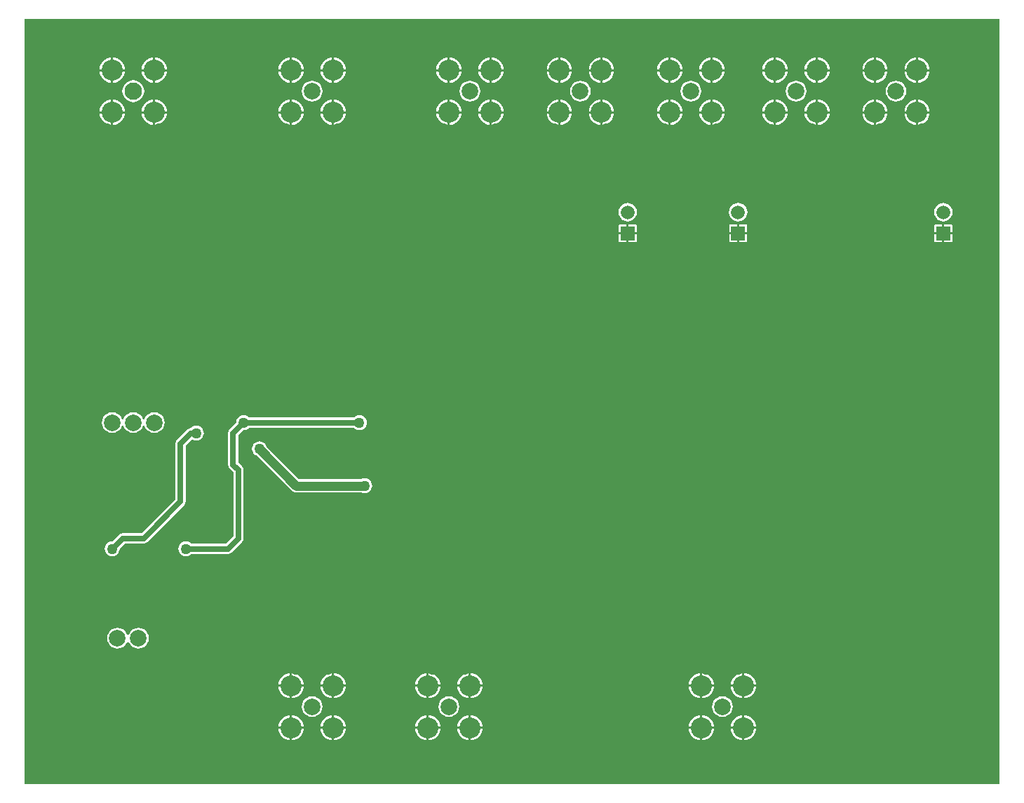
<source format=gbl>
G04 Layer_Physical_Order=2*
G04 Layer_Color=255*
%FSLAX44Y44*%
%MOMM*%
G71*
G01*
G75*
%ADD20C,1.0640*%
%ADD22C,0.7000*%
%ADD23C,2.0000*%
%ADD24C,2.5400*%
%ADD25C,2.1000*%
%ADD26R,1.6700X1.6700*%
%ADD27C,1.6700*%
%ADD28C,1.2700*%
%ADD29C,6.0000*%
G36*
X1180125Y2875D02*
X2875D01*
Y926125D01*
X1180125D01*
Y2875D01*
D02*
G37*
%LPC*%
G36*
X863280Y678640D02*
X856200D01*
X855209Y678443D01*
X854369Y677881D01*
X853807Y677041D01*
X853610Y676050D01*
Y668970D01*
X863280D01*
Y678640D01*
D02*
G37*
G36*
X1110930D02*
X1103850D01*
X1102859Y678443D01*
X1102019Y677881D01*
X1101457Y677041D01*
X1101260Y676050D01*
Y668970D01*
X1110930D01*
Y678640D01*
D02*
G37*
G36*
X1123140Y666430D02*
X1113470D01*
Y656760D01*
X1120550D01*
X1121541Y656957D01*
X1122381Y657519D01*
X1122943Y658359D01*
X1123140Y659350D01*
Y666430D01*
D02*
G37*
G36*
X875490D02*
X865820D01*
Y656760D01*
X872900D01*
X873891Y656957D01*
X874731Y657519D01*
X875293Y658359D01*
X875490Y659350D01*
Y666430D01*
D02*
G37*
G36*
X1110930D02*
X1101260D01*
Y659350D01*
X1101457Y658359D01*
X1102019Y657519D01*
X1102859Y656957D01*
X1103850Y656760D01*
X1110930D01*
Y666430D01*
D02*
G37*
G36*
X729930Y678640D02*
X722850D01*
X721859Y678443D01*
X721019Y677881D01*
X720457Y677041D01*
X720260Y676050D01*
Y668970D01*
X729930D01*
Y678640D01*
D02*
G37*
G36*
X731200Y704114D02*
X728349Y703739D01*
X725693Y702639D01*
X723412Y700888D01*
X721661Y698607D01*
X720561Y695951D01*
X720186Y693100D01*
X720561Y690249D01*
X721661Y687593D01*
X723412Y685312D01*
X725693Y683561D01*
X728349Y682461D01*
X731200Y682086D01*
X734051Y682461D01*
X736707Y683561D01*
X738988Y685312D01*
X740739Y687593D01*
X741839Y690249D01*
X742214Y693100D01*
X741839Y695951D01*
X740739Y698607D01*
X738988Y700888D01*
X736707Y702639D01*
X734051Y703739D01*
X731200Y704114D01*
D02*
G37*
G36*
X864550D02*
X861699Y703739D01*
X859043Y702639D01*
X856762Y700888D01*
X855011Y698607D01*
X853911Y695951D01*
X853536Y693100D01*
X853911Y690249D01*
X855011Y687593D01*
X856762Y685312D01*
X859043Y683561D01*
X861699Y682461D01*
X864550Y682086D01*
X867401Y682461D01*
X870057Y683561D01*
X872338Y685312D01*
X874089Y687593D01*
X875189Y690249D01*
X875564Y693100D01*
X875189Y695951D01*
X874089Y698607D01*
X872338Y700888D01*
X870057Y702639D01*
X867401Y703739D01*
X864550Y704114D01*
D02*
G37*
G36*
X1120550Y678640D02*
X1113470D01*
Y668970D01*
X1123140D01*
Y676050D01*
X1122943Y677041D01*
X1122381Y677881D01*
X1121541Y678443D01*
X1120550Y678640D01*
D02*
G37*
G36*
X872900D02*
X865820D01*
Y668970D01*
X875490D01*
Y676050D01*
X875293Y677041D01*
X874731Y677881D01*
X873891Y678443D01*
X872900Y678640D01*
D02*
G37*
G36*
X739550D02*
X732470D01*
Y668970D01*
X742140D01*
Y676050D01*
X741943Y677041D01*
X741381Y677881D01*
X740541Y678443D01*
X739550Y678640D01*
D02*
G37*
G36*
X863280Y666430D02*
X853610D01*
Y659350D01*
X853807Y658359D01*
X854369Y657519D01*
X855209Y656957D01*
X856200Y656760D01*
X863280D01*
Y666430D01*
D02*
G37*
G36*
X326070Y136789D02*
Y122870D01*
X339989D01*
X339819Y124588D01*
X338948Y127460D01*
X337533Y130108D01*
X335629Y132429D01*
X333308Y134333D01*
X330660Y135748D01*
X327788Y136620D01*
X326070Y136789D01*
D02*
G37*
G36*
X140650Y191429D02*
X137369Y190996D01*
X134311Y189730D01*
X131685Y187715D01*
X129670Y185089D01*
X128637Y182596D01*
X127263D01*
X126230Y185089D01*
X124215Y187715D01*
X121589Y189730D01*
X118531Y190996D01*
X115250Y191429D01*
X111969Y190996D01*
X108911Y189730D01*
X106285Y187715D01*
X104270Y185089D01*
X103004Y182031D01*
X102571Y178750D01*
X103004Y175469D01*
X104270Y172411D01*
X106285Y169785D01*
X108911Y167770D01*
X111969Y166504D01*
X115250Y166071D01*
X118531Y166504D01*
X121589Y167770D01*
X124215Y169785D01*
X126230Y172411D01*
X127263Y174904D01*
X128637D01*
X129670Y172411D01*
X131685Y169785D01*
X134311Y167770D01*
X137369Y166504D01*
X140650Y166071D01*
X143931Y166504D01*
X146989Y167770D01*
X149615Y169785D01*
X151630Y172411D01*
X152896Y175469D01*
X153329Y178750D01*
X152896Y182031D01*
X151630Y185089D01*
X149615Y187715D01*
X146989Y189730D01*
X143931Y190996D01*
X140650Y191429D01*
D02*
G37*
G36*
X872170Y136789D02*
Y122870D01*
X886089D01*
X885919Y124588D01*
X885048Y127460D01*
X883633Y130108D01*
X881729Y132429D01*
X879408Y134333D01*
X876760Y135748D01*
X873888Y136620D01*
X872170Y136789D01*
D02*
G37*
G36*
X376870D02*
Y122870D01*
X390789D01*
X390620Y124588D01*
X389748Y127460D01*
X388333Y130108D01*
X386428Y132429D01*
X384108Y134333D01*
X381460Y135748D01*
X378588Y136620D01*
X376870Y136789D01*
D02*
G37*
G36*
X541970D02*
Y122870D01*
X555889D01*
X555719Y124588D01*
X554848Y127460D01*
X553433Y130108D01*
X551529Y132429D01*
X549208Y134333D01*
X546560Y135748D01*
X543688Y136620D01*
X541970Y136789D01*
D02*
G37*
G36*
X286700Y416347D02*
X284371Y416040D01*
X282201Y415142D01*
X280338Y413712D01*
X278908Y411848D01*
X278010Y409679D01*
X277703Y407350D01*
X278010Y405021D01*
X278908Y402851D01*
X280338Y400988D01*
X282201Y399558D01*
X283969Y398826D01*
X325523Y357273D01*
X325523Y357273D01*
X327171Y356008D01*
X329090Y355213D01*
X331150Y354942D01*
X331150Y354942D01*
X409603D01*
X411371Y354210D01*
X413700Y353903D01*
X416029Y354210D01*
X418199Y355108D01*
X420062Y356538D01*
X421492Y358401D01*
X422390Y360571D01*
X422697Y362900D01*
X422390Y365229D01*
X421492Y367398D01*
X420062Y369262D01*
X418199Y370692D01*
X416029Y371590D01*
X413700Y371897D01*
X411371Y371590D01*
X409603Y370858D01*
X334446D01*
X295224Y410080D01*
X294492Y411848D01*
X293062Y413712D01*
X291199Y415142D01*
X289029Y416040D01*
X286700Y416347D01*
D02*
G37*
G36*
X729930Y666430D02*
X720260D01*
Y659350D01*
X720457Y658359D01*
X721019Y657519D01*
X721859Y656957D01*
X722850Y656760D01*
X729930D01*
Y666430D01*
D02*
G37*
G36*
X742140D02*
X732470D01*
Y656760D01*
X739550D01*
X740541Y656957D01*
X741381Y657519D01*
X741943Y658359D01*
X742140Y659350D01*
Y666430D01*
D02*
G37*
G36*
X407350Y448097D02*
X405021Y447790D01*
X402851Y446892D01*
X400988Y445462D01*
X400855Y445289D01*
X274144D01*
X274012Y445462D01*
X272148Y446892D01*
X269979Y447790D01*
X267650Y448097D01*
X265321Y447790D01*
X263151Y446892D01*
X261288Y445462D01*
X259858Y443599D01*
X258960Y441429D01*
X258653Y439100D01*
X258682Y438884D01*
X250574Y430776D01*
X249232Y428768D01*
X248761Y426400D01*
Y388300D01*
X249232Y385932D01*
X250574Y383924D01*
X255111Y379386D01*
Y301964D01*
X246036Y292889D01*
X204294D01*
X204162Y293062D01*
X202299Y294492D01*
X200129Y295390D01*
X197800Y295697D01*
X195471Y295390D01*
X193302Y294492D01*
X191438Y293062D01*
X190008Y291199D01*
X189110Y289029D01*
X188803Y286700D01*
X189110Y284371D01*
X190008Y282201D01*
X191438Y280338D01*
X193302Y278908D01*
X195471Y278010D01*
X197800Y277703D01*
X200129Y278010D01*
X202299Y278908D01*
X204162Y280338D01*
X204294Y280511D01*
X248600D01*
X250968Y280982D01*
X252976Y282324D01*
X265676Y295024D01*
X267018Y297032D01*
X267489Y299400D01*
Y381950D01*
X267018Y384318D01*
X265676Y386326D01*
X261139Y390863D01*
Y423837D01*
X267434Y430131D01*
X267650Y430103D01*
X269979Y430410D01*
X272148Y431308D01*
X274012Y432738D01*
X274144Y432911D01*
X400855D01*
X400988Y432738D01*
X402851Y431308D01*
X405021Y430410D01*
X407350Y430103D01*
X409679Y430410D01*
X411848Y431308D01*
X413712Y432738D01*
X415142Y434602D01*
X416040Y436771D01*
X416347Y439100D01*
X416040Y441429D01*
X415142Y443599D01*
X413712Y445462D01*
X411848Y446892D01*
X409679Y447790D01*
X407350Y448097D01*
D02*
G37*
G36*
X210500Y435397D02*
X208171Y435090D01*
X206001Y434192D01*
X204138Y432762D01*
X203979Y432555D01*
X201782Y432118D01*
X199774Y430776D01*
X187074Y418076D01*
X185732Y416068D01*
X185261Y413700D01*
Y346413D01*
X144437Y305589D01*
X121600D01*
X119232Y305118D01*
X117224Y303776D01*
X109116Y295669D01*
X108900Y295697D01*
X106571Y295390D01*
X104402Y294492D01*
X102538Y293062D01*
X101108Y291199D01*
X100210Y289029D01*
X99903Y286700D01*
X100210Y284371D01*
X101108Y282201D01*
X102538Y280338D01*
X104402Y278908D01*
X106571Y278010D01*
X108900Y277703D01*
X111229Y278010D01*
X113399Y278908D01*
X115262Y280338D01*
X116692Y282201D01*
X117590Y284371D01*
X117897Y286700D01*
X117868Y286916D01*
X124164Y293211D01*
X147000D01*
X149368Y293682D01*
X151376Y295024D01*
X195826Y339474D01*
X197168Y341482D01*
X197639Y343850D01*
Y411137D01*
X205498Y418995D01*
X206001Y418608D01*
X208171Y417710D01*
X210500Y417403D01*
X212829Y417710D01*
X214998Y418608D01*
X216862Y420038D01*
X218292Y421902D01*
X219190Y424071D01*
X219497Y426400D01*
X219190Y428729D01*
X218292Y430899D01*
X216862Y432762D01*
X214998Y434192D01*
X212829Y435090D01*
X210500Y435397D01*
D02*
G37*
G36*
X159700Y451778D02*
X156419Y451347D01*
X153361Y450080D01*
X150735Y448065D01*
X148720Y445439D01*
X147687Y442946D01*
X146313D01*
X145280Y445439D01*
X143265Y448065D01*
X140639Y450080D01*
X137581Y451347D01*
X134300Y451778D01*
X131019Y451347D01*
X127961Y450080D01*
X125335Y448065D01*
X123320Y445439D01*
X122287Y442946D01*
X120913D01*
X119880Y445439D01*
X117865Y448065D01*
X115239Y450080D01*
X112181Y451347D01*
X108900Y451778D01*
X105619Y451347D01*
X102561Y450080D01*
X99935Y448065D01*
X97920Y445439D01*
X96654Y442381D01*
X96222Y439100D01*
X96654Y435819D01*
X97920Y432761D01*
X99935Y430135D01*
X102561Y428120D01*
X105619Y426854D01*
X108900Y426422D01*
X112181Y426854D01*
X115239Y428120D01*
X117865Y430135D01*
X119880Y432761D01*
X120913Y435254D01*
X122287D01*
X123320Y432761D01*
X125335Y430135D01*
X127961Y428120D01*
X131019Y426854D01*
X134300Y426422D01*
X137581Y426854D01*
X140639Y428120D01*
X143265Y430135D01*
X145280Y432761D01*
X146313Y435254D01*
X147687D01*
X148720Y432761D01*
X150735Y430135D01*
X153361Y428120D01*
X156419Y426854D01*
X159700Y426422D01*
X162981Y426854D01*
X166039Y428120D01*
X168665Y430135D01*
X170680Y432761D01*
X171947Y435819D01*
X172379Y439100D01*
X171947Y442381D01*
X170680Y445439D01*
X168665Y448065D01*
X166039Y450080D01*
X162981Y451347D01*
X159700Y451778D01*
D02*
G37*
G36*
X1112200Y704114D02*
X1109349Y703739D01*
X1106693Y702639D01*
X1104412Y700888D01*
X1102661Y698607D01*
X1101561Y695951D01*
X1101186Y693100D01*
X1101561Y690249D01*
X1102661Y687593D01*
X1104412Y685312D01*
X1106693Y683561D01*
X1109349Y682461D01*
X1112200Y682086D01*
X1115051Y682461D01*
X1117707Y683561D01*
X1119988Y685312D01*
X1121739Y687593D01*
X1122839Y690249D01*
X1123214Y693100D01*
X1122839Y695951D01*
X1121739Y698607D01*
X1119988Y700888D01*
X1117707Y702639D01*
X1115051Y703739D01*
X1112200Y704114D01*
D02*
G37*
G36*
X174889Y812480D02*
X160970D01*
Y798561D01*
X162688Y798730D01*
X165560Y799602D01*
X168208Y801017D01*
X170529Y802922D01*
X172433Y805242D01*
X173848Y807890D01*
X174720Y810762D01*
X174889Y812480D01*
D02*
G37*
G36*
X339989D02*
X326070D01*
Y798561D01*
X327788Y798730D01*
X330660Y799602D01*
X333308Y801017D01*
X335629Y802922D01*
X337533Y805242D01*
X338948Y807890D01*
X339819Y810762D01*
X339989Y812480D01*
D02*
G37*
G36*
X124089D02*
X110170D01*
Y798561D01*
X111888Y798730D01*
X114760Y799602D01*
X117408Y801017D01*
X119728Y802922D01*
X121633Y805242D01*
X123048Y807890D01*
X123919Y810762D01*
X124089Y812480D01*
D02*
G37*
G36*
X107630D02*
X93711D01*
X93881Y810762D01*
X94752Y807890D01*
X96167Y805242D01*
X98072Y802922D01*
X100392Y801017D01*
X103040Y799602D01*
X105912Y798730D01*
X107630Y798561D01*
Y812480D01*
D02*
G37*
G36*
X158430D02*
X144511D01*
X144681Y810762D01*
X145552Y807890D01*
X146967Y805242D01*
X148872Y802922D01*
X151192Y801017D01*
X153840Y799602D01*
X156712Y798730D01*
X158430Y798561D01*
Y812480D01*
D02*
G37*
G36*
X390789D02*
X376870D01*
Y798561D01*
X378588Y798730D01*
X381460Y799602D01*
X384108Y801017D01*
X386428Y802922D01*
X388333Y805242D01*
X389748Y807890D01*
X390620Y810762D01*
X390789Y812480D01*
D02*
G37*
G36*
X714639D02*
X700720D01*
Y798561D01*
X702438Y798730D01*
X705310Y799602D01*
X707958Y801017D01*
X710278Y802922D01*
X712183Y805242D01*
X713598Y807890D01*
X714470Y810762D01*
X714639Y812480D01*
D02*
G37*
G36*
X797189D02*
X783270D01*
Y798561D01*
X784988Y798730D01*
X787860Y799602D01*
X790508Y801017D01*
X792829Y802922D01*
X794733Y805242D01*
X796148Y807890D01*
X797020Y810762D01*
X797189Y812480D01*
D02*
G37*
G36*
X663839D02*
X649920D01*
Y798561D01*
X651638Y798730D01*
X654510Y799602D01*
X657158Y801017D01*
X659479Y802922D01*
X661383Y805242D01*
X662798Y807890D01*
X663670Y810762D01*
X663839Y812480D01*
D02*
G37*
G36*
X530489D02*
X516570D01*
Y798561D01*
X518288Y798730D01*
X521160Y799602D01*
X523808Y801017D01*
X526129Y802922D01*
X528033Y805242D01*
X529448Y807890D01*
X530320Y810762D01*
X530489Y812480D01*
D02*
G37*
G36*
X581289D02*
X567370D01*
Y798561D01*
X569088Y798730D01*
X571960Y799602D01*
X574608Y801017D01*
X576928Y802922D01*
X578833Y805242D01*
X580248Y807890D01*
X581119Y810762D01*
X581289Y812480D01*
D02*
G37*
G36*
X1079180D02*
X1065261D01*
X1065431Y810762D01*
X1066302Y807890D01*
X1067717Y805242D01*
X1069622Y802922D01*
X1071942Y801017D01*
X1074590Y799602D01*
X1077462Y798730D01*
X1079180Y798561D01*
Y812480D01*
D02*
G37*
G36*
X564830D02*
X550911D01*
X551081Y810762D01*
X551952Y807890D01*
X553367Y805242D01*
X555272Y802922D01*
X557592Y801017D01*
X560240Y799602D01*
X563112Y798730D01*
X564830Y798561D01*
Y812480D01*
D02*
G37*
G36*
X647380D02*
X633461D01*
X633630Y810762D01*
X634502Y807890D01*
X635917Y805242D01*
X637822Y802922D01*
X640142Y801017D01*
X642790Y799602D01*
X645662Y798730D01*
X647380Y798561D01*
Y812480D01*
D02*
G37*
G36*
X514030D02*
X500111D01*
X500280Y810762D01*
X501152Y807890D01*
X502567Y805242D01*
X504472Y802922D01*
X506792Y801017D01*
X509440Y799602D01*
X512312Y798730D01*
X514030Y798561D01*
Y812480D01*
D02*
G37*
G36*
X323530D02*
X309611D01*
X309781Y810762D01*
X310652Y807890D01*
X312067Y805242D01*
X313972Y802922D01*
X316292Y801017D01*
X318940Y799602D01*
X321812Y798730D01*
X323530Y798561D01*
Y812480D01*
D02*
G37*
G36*
X374330D02*
X360411D01*
X360580Y810762D01*
X361452Y807890D01*
X362867Y805242D01*
X364772Y802922D01*
X367092Y801017D01*
X369740Y799602D01*
X372612Y798730D01*
X374330Y798561D01*
Y812480D01*
D02*
G37*
G36*
X698180D02*
X684261D01*
X684430Y810762D01*
X685302Y807890D01*
X686717Y805242D01*
X688622Y802922D01*
X690942Y801017D01*
X693590Y799602D01*
X696462Y798730D01*
X698180Y798561D01*
Y812480D01*
D02*
G37*
G36*
X958530D02*
X944611D01*
X944781Y810762D01*
X945652Y807890D01*
X947067Y805242D01*
X948972Y802922D01*
X951292Y801017D01*
X953940Y799602D01*
X956812Y798730D01*
X958530Y798561D01*
Y812480D01*
D02*
G37*
G36*
X1028380D02*
X1014461D01*
X1014631Y810762D01*
X1015502Y807890D01*
X1016917Y805242D01*
X1018822Y802922D01*
X1021142Y801017D01*
X1023790Y799602D01*
X1026662Y798730D01*
X1028380Y798561D01*
Y812480D01*
D02*
G37*
G36*
X907730D02*
X893811D01*
X893980Y810762D01*
X894852Y807890D01*
X896267Y805242D01*
X898172Y802922D01*
X900492Y801017D01*
X903140Y799602D01*
X906012Y798730D01*
X907730Y798561D01*
Y812480D01*
D02*
G37*
G36*
X780730D02*
X766811D01*
X766981Y810762D01*
X767852Y807890D01*
X769267Y805242D01*
X771172Y802922D01*
X773492Y801017D01*
X776140Y799602D01*
X779012Y798730D01*
X780730Y798561D01*
Y812480D01*
D02*
G37*
G36*
X831530D02*
X817611D01*
X817781Y810762D01*
X818652Y807890D01*
X820067Y805242D01*
X821972Y802922D01*
X824292Y801017D01*
X826940Y799602D01*
X829812Y798730D01*
X831530Y798561D01*
Y812480D01*
D02*
G37*
G36*
X539430Y85989D02*
X537712Y85820D01*
X534840Y84948D01*
X532192Y83533D01*
X529872Y81629D01*
X527967Y79308D01*
X526552Y76660D01*
X525681Y73788D01*
X525511Y72070D01*
X539430D01*
Y85989D01*
D02*
G37*
G36*
X869630D02*
X867912Y85820D01*
X865040Y84948D01*
X862392Y83533D01*
X860072Y81629D01*
X858167Y79308D01*
X856752Y76660D01*
X855881Y73788D01*
X855711Y72070D01*
X869630D01*
Y85989D01*
D02*
G37*
G36*
X374330D02*
X372612Y85820D01*
X369740Y84948D01*
X367092Y83533D01*
X364772Y81629D01*
X362867Y79308D01*
X361452Y76660D01*
X360580Y73788D01*
X360411Y72070D01*
X374330D01*
Y85989D01*
D02*
G37*
G36*
X488630D02*
X486912Y85820D01*
X484040Y84948D01*
X481392Y83533D01*
X479072Y81629D01*
X477167Y79308D01*
X475752Y76660D01*
X474880Y73788D01*
X474711Y72070D01*
X488630D01*
Y85989D01*
D02*
G37*
G36*
X818830D02*
X817112Y85820D01*
X814240Y84948D01*
X811592Y83533D01*
X809272Y81629D01*
X807367Y79308D01*
X805952Y76660D01*
X805080Y73788D01*
X804911Y72070D01*
X818830D01*
Y85989D01*
D02*
G37*
G36*
X323530D02*
X321812Y85820D01*
X318940Y84948D01*
X316292Y83533D01*
X313972Y81629D01*
X312067Y79308D01*
X310652Y76660D01*
X309781Y73788D01*
X309611Y72070D01*
X323530D01*
Y85989D01*
D02*
G37*
G36*
X541970D02*
Y72070D01*
X555889D01*
X555719Y73788D01*
X554848Y76660D01*
X553433Y79308D01*
X551529Y81629D01*
X549208Y83533D01*
X546560Y84948D01*
X543688Y85820D01*
X541970Y85989D01*
D02*
G37*
G36*
X872170D02*
Y72070D01*
X886089D01*
X885919Y73788D01*
X885048Y76660D01*
X883633Y79308D01*
X881729Y81629D01*
X879408Y83533D01*
X876760Y84948D01*
X873888Y85820D01*
X872170Y85989D01*
D02*
G37*
G36*
X376870D02*
Y72070D01*
X390789D01*
X390620Y73788D01*
X389748Y76660D01*
X388333Y79308D01*
X386428Y81629D01*
X384108Y83533D01*
X381460Y84948D01*
X378588Y85820D01*
X376870Y85989D01*
D02*
G37*
G36*
X491170D02*
Y72070D01*
X505089D01*
X504920Y73788D01*
X504048Y76660D01*
X502633Y79308D01*
X500728Y81629D01*
X498408Y83533D01*
X495760Y84948D01*
X492888Y85820D01*
X491170Y85989D01*
D02*
G37*
G36*
X821370D02*
Y72070D01*
X835289D01*
X835119Y73788D01*
X834248Y76660D01*
X832833Y79308D01*
X830928Y81629D01*
X828608Y83533D01*
X825960Y84948D01*
X823088Y85820D01*
X821370Y85989D01*
D02*
G37*
G36*
X886089Y69530D02*
X872170D01*
Y55611D01*
X873888Y55781D01*
X876760Y56652D01*
X879408Y58067D01*
X881729Y59972D01*
X883633Y62292D01*
X885048Y64940D01*
X885919Y67812D01*
X886089Y69530D01*
D02*
G37*
G36*
X539430D02*
X525511D01*
X525681Y67812D01*
X526552Y64940D01*
X527967Y62292D01*
X529872Y59972D01*
X532192Y58067D01*
X534840Y56652D01*
X537712Y55781D01*
X539430Y55611D01*
Y69530D01*
D02*
G37*
G36*
X818830D02*
X804911D01*
X805080Y67812D01*
X805952Y64940D01*
X807367Y62292D01*
X809272Y59972D01*
X811592Y58067D01*
X814240Y56652D01*
X817112Y55781D01*
X818830Y55611D01*
Y69530D01*
D02*
G37*
G36*
X488630D02*
X474711D01*
X474880Y67812D01*
X475752Y64940D01*
X477167Y62292D01*
X479072Y59972D01*
X481392Y58067D01*
X484040Y56652D01*
X486912Y55781D01*
X488630Y55611D01*
Y69530D01*
D02*
G37*
G36*
X323530D02*
X309611D01*
X309781Y67812D01*
X310652Y64940D01*
X312067Y62292D01*
X313972Y59972D01*
X316292Y58067D01*
X318940Y56652D01*
X321812Y55781D01*
X323530Y55611D01*
Y69530D01*
D02*
G37*
G36*
X374330D02*
X360411D01*
X360580Y67812D01*
X361452Y64940D01*
X362867Y62292D01*
X364772Y59972D01*
X367092Y58067D01*
X369740Y56652D01*
X372612Y55781D01*
X374330Y55611D01*
Y69530D01*
D02*
G37*
G36*
X869630D02*
X855711D01*
X855881Y67812D01*
X856752Y64940D01*
X858167Y62292D01*
X860072Y59972D01*
X862392Y58067D01*
X865040Y56652D01*
X867912Y55781D01*
X869630Y55611D01*
Y69530D01*
D02*
G37*
G36*
X555889D02*
X541970D01*
Y55611D01*
X543688Y55781D01*
X546560Y56652D01*
X549208Y58067D01*
X551529Y59972D01*
X553433Y62292D01*
X554848Y64940D01*
X555719Y67812D01*
X555889Y69530D01*
D02*
G37*
G36*
X835289D02*
X821370D01*
Y55611D01*
X823088Y55781D01*
X825960Y56652D01*
X828608Y58067D01*
X830928Y59972D01*
X832833Y62292D01*
X834248Y64940D01*
X835119Y67812D01*
X835289Y69530D01*
D02*
G37*
G36*
X505089D02*
X491170D01*
Y55611D01*
X492888Y55781D01*
X495760Y56652D01*
X498408Y58067D01*
X500728Y59972D01*
X502633Y62292D01*
X504048Y64940D01*
X504920Y67812D01*
X505089Y69530D01*
D02*
G37*
G36*
X339989D02*
X326070D01*
Y55611D01*
X327788Y55781D01*
X330660Y56652D01*
X333308Y58067D01*
X335629Y59972D01*
X337533Y62292D01*
X338948Y64940D01*
X339819Y67812D01*
X339989Y69530D01*
D02*
G37*
G36*
X390789D02*
X376870D01*
Y55611D01*
X378588Y55781D01*
X381460Y56652D01*
X384108Y58067D01*
X386428Y59972D01*
X388333Y62292D01*
X389748Y64940D01*
X390620Y67812D01*
X390789Y69530D01*
D02*
G37*
G36*
X326070Y85989D02*
Y72070D01*
X339989D01*
X339819Y73788D01*
X338948Y76660D01*
X337533Y79308D01*
X335629Y81629D01*
X333308Y83533D01*
X330660Y84948D01*
X327788Y85820D01*
X326070Y85989D01*
D02*
G37*
G36*
X488630Y136789D02*
X486912Y136620D01*
X484040Y135748D01*
X481392Y134333D01*
X479072Y132429D01*
X477167Y130108D01*
X475752Y127460D01*
X474880Y124588D01*
X474711Y122870D01*
X488630D01*
Y136789D01*
D02*
G37*
G36*
X818830D02*
X817112Y136620D01*
X814240Y135748D01*
X811592Y134333D01*
X809272Y132429D01*
X807367Y130108D01*
X805952Y127460D01*
X805080Y124588D01*
X804911Y122870D01*
X818830D01*
Y136789D01*
D02*
G37*
G36*
X886089Y120330D02*
X872170D01*
Y106411D01*
X873888Y106580D01*
X876760Y107452D01*
X879408Y108867D01*
X881729Y110772D01*
X883633Y113092D01*
X885048Y115740D01*
X885919Y118612D01*
X886089Y120330D01*
D02*
G37*
G36*
X555889D02*
X541970D01*
Y106411D01*
X543688Y106580D01*
X546560Y107452D01*
X549208Y108867D01*
X551529Y110772D01*
X553433Y113092D01*
X554848Y115740D01*
X555719Y118612D01*
X555889Y120330D01*
D02*
G37*
G36*
X835289D02*
X821370D01*
Y106411D01*
X823088Y106580D01*
X825960Y107452D01*
X828608Y108867D01*
X830928Y110772D01*
X832833Y113092D01*
X834248Y115740D01*
X835119Y118612D01*
X835289Y120330D01*
D02*
G37*
G36*
X374330Y136789D02*
X372612Y136620D01*
X369740Y135748D01*
X367092Y134333D01*
X364772Y132429D01*
X362867Y130108D01*
X361452Y127460D01*
X360580Y124588D01*
X360411Y122870D01*
X374330D01*
Y136789D01*
D02*
G37*
G36*
X491170D02*
Y122870D01*
X505089D01*
X504920Y124588D01*
X504048Y127460D01*
X502633Y130108D01*
X500728Y132429D01*
X498408Y134333D01*
X495760Y135748D01*
X492888Y136620D01*
X491170Y136789D01*
D02*
G37*
G36*
X821370D02*
Y122870D01*
X835289D01*
X835119Y124588D01*
X834248Y127460D01*
X832833Y130108D01*
X830928Y132429D01*
X828608Y134333D01*
X825960Y135748D01*
X823088Y136620D01*
X821370Y136789D01*
D02*
G37*
G36*
X323530D02*
X321812Y136620D01*
X318940Y135748D01*
X316292Y134333D01*
X313972Y132429D01*
X312067Y130108D01*
X310652Y127460D01*
X309781Y124588D01*
X309611Y122870D01*
X323530D01*
Y136789D01*
D02*
G37*
G36*
X539430D02*
X537712Y136620D01*
X534840Y135748D01*
X532192Y134333D01*
X529872Y132429D01*
X527967Y130108D01*
X526552Y127460D01*
X525681Y124588D01*
X525511Y122870D01*
X539430D01*
Y136789D01*
D02*
G37*
G36*
X869630D02*
X867912Y136620D01*
X865040Y135748D01*
X862392Y134333D01*
X860072Y132429D01*
X858167Y130108D01*
X856752Y127460D01*
X855881Y124588D01*
X855711Y122870D01*
X869630D01*
Y136789D01*
D02*
G37*
G36*
X505089Y120330D02*
X491170D01*
Y106411D01*
X492888Y106580D01*
X495760Y107452D01*
X498408Y108867D01*
X500728Y110772D01*
X502633Y113092D01*
X504048Y115740D01*
X504920Y118612D01*
X505089Y120330D01*
D02*
G37*
G36*
X323530D02*
X309611D01*
X309781Y118612D01*
X310652Y115740D01*
X312067Y113092D01*
X313972Y110772D01*
X316292Y108867D01*
X318940Y107452D01*
X321812Y106580D01*
X323530Y106411D01*
Y120330D01*
D02*
G37*
G36*
X374330D02*
X360411D01*
X360580Y118612D01*
X361452Y115740D01*
X362867Y113092D01*
X364772Y110772D01*
X367092Y108867D01*
X369740Y107452D01*
X372612Y106580D01*
X374330Y106411D01*
Y120330D01*
D02*
G37*
G36*
X845500Y108878D02*
X842219Y108447D01*
X839161Y107180D01*
X836535Y105165D01*
X834520Y102539D01*
X833254Y99481D01*
X832822Y96200D01*
X833254Y92919D01*
X834520Y89861D01*
X836535Y87235D01*
X839161Y85220D01*
X842219Y83954D01*
X845500Y83521D01*
X848781Y83954D01*
X851839Y85220D01*
X854465Y87235D01*
X856480Y89861D01*
X857747Y92919D01*
X858178Y96200D01*
X857747Y99481D01*
X856480Y102539D01*
X854465Y105165D01*
X851839Y107180D01*
X848781Y108447D01*
X845500Y108878D01*
D02*
G37*
G36*
X350200D02*
X346919Y108447D01*
X343861Y107180D01*
X341235Y105165D01*
X339220Y102539D01*
X337954Y99481D01*
X337522Y96200D01*
X337954Y92919D01*
X339220Y89861D01*
X341235Y87235D01*
X343861Y85220D01*
X346919Y83954D01*
X350200Y83521D01*
X353481Y83954D01*
X356539Y85220D01*
X359165Y87235D01*
X361180Y89861D01*
X362447Y92919D01*
X362878Y96200D01*
X362447Y99481D01*
X361180Y102539D01*
X359165Y105165D01*
X356539Y107180D01*
X353481Y108447D01*
X350200Y108878D01*
D02*
G37*
G36*
X515300D02*
X512019Y108447D01*
X508961Y107180D01*
X506335Y105165D01*
X504320Y102539D01*
X503054Y99481D01*
X502621Y96200D01*
X503054Y92919D01*
X504320Y89861D01*
X506335Y87235D01*
X508961Y85220D01*
X512019Y83954D01*
X515300Y83521D01*
X518581Y83954D01*
X521639Y85220D01*
X524265Y87235D01*
X526280Y89861D01*
X527547Y92919D01*
X527979Y96200D01*
X527547Y99481D01*
X526280Y102539D01*
X524265Y105165D01*
X521639Y107180D01*
X518581Y108447D01*
X515300Y108878D01*
D02*
G37*
G36*
X488630Y120330D02*
X474711D01*
X474880Y118612D01*
X475752Y115740D01*
X477167Y113092D01*
X479072Y110772D01*
X481392Y108867D01*
X484040Y107452D01*
X486912Y106580D01*
X488630Y106411D01*
Y120330D01*
D02*
G37*
G36*
X339989D02*
X326070D01*
Y106411D01*
X327788Y106580D01*
X330660Y107452D01*
X333308Y108867D01*
X335629Y110772D01*
X337533Y113092D01*
X338948Y115740D01*
X339819Y118612D01*
X339989Y120330D01*
D02*
G37*
G36*
X390789D02*
X376870D01*
Y106411D01*
X378588Y106580D01*
X381460Y107452D01*
X384108Y108867D01*
X386428Y110772D01*
X388333Y113092D01*
X389748Y115740D01*
X390620Y118612D01*
X390789Y120330D01*
D02*
G37*
G36*
X869630D02*
X855711D01*
X855881Y118612D01*
X856752Y115740D01*
X858167Y113092D01*
X860072Y110772D01*
X862392Y108867D01*
X865040Y107452D01*
X867912Y106580D01*
X869630Y106411D01*
Y120330D01*
D02*
G37*
G36*
X539430D02*
X525511D01*
X525681Y118612D01*
X526552Y115740D01*
X527967Y113092D01*
X529872Y110772D01*
X532192Y108867D01*
X534840Y107452D01*
X537712Y106580D01*
X539430Y106411D01*
Y120330D01*
D02*
G37*
G36*
X818830D02*
X804911D01*
X805080Y118612D01*
X805952Y115740D01*
X807367Y113092D01*
X809272Y110772D01*
X811592Y108867D01*
X814240Y107452D01*
X817112Y106580D01*
X818830Y106411D01*
Y120330D01*
D02*
G37*
G36*
X847989Y812480D02*
X834070D01*
Y798561D01*
X835788Y798730D01*
X838660Y799602D01*
X841308Y801017D01*
X843628Y802922D01*
X845533Y805242D01*
X846948Y807890D01*
X847820Y810762D01*
X847989Y812480D01*
D02*
G37*
G36*
X924189Y863280D02*
X910270D01*
Y849361D01*
X911988Y849530D01*
X914860Y850402D01*
X917508Y851817D01*
X919828Y853722D01*
X921733Y856042D01*
X923148Y858690D01*
X924019Y861562D01*
X924189Y863280D01*
D02*
G37*
G36*
X974989D02*
X961070D01*
Y849361D01*
X962788Y849530D01*
X965660Y850402D01*
X968308Y851817D01*
X970629Y853722D01*
X972533Y856042D01*
X973948Y858690D01*
X974819Y861562D01*
X974989Y863280D01*
D02*
G37*
G36*
X847989D02*
X834070D01*
Y849361D01*
X835788Y849530D01*
X838660Y850402D01*
X841308Y851817D01*
X843628Y853722D01*
X845533Y856042D01*
X846948Y858690D01*
X847820Y861562D01*
X847989Y863280D01*
D02*
G37*
G36*
X714639D02*
X700720D01*
Y849361D01*
X702438Y849530D01*
X705310Y850402D01*
X707958Y851817D01*
X710278Y853722D01*
X712183Y856042D01*
X713598Y858690D01*
X714470Y861562D01*
X714639Y863280D01*
D02*
G37*
G36*
X797189D02*
X783270D01*
Y849361D01*
X784988Y849530D01*
X787860Y850402D01*
X790508Y851817D01*
X792829Y853722D01*
X794733Y856042D01*
X796148Y858690D01*
X797020Y861562D01*
X797189Y863280D01*
D02*
G37*
G36*
X1044839D02*
X1030920D01*
Y849361D01*
X1032638Y849530D01*
X1035510Y850402D01*
X1038158Y851817D01*
X1040479Y853722D01*
X1042383Y856042D01*
X1043798Y858690D01*
X1044669Y861562D01*
X1044839Y863280D01*
D02*
G37*
G36*
X374330Y879739D02*
X372612Y879569D01*
X369740Y878698D01*
X367092Y877283D01*
X364772Y875378D01*
X362867Y873058D01*
X361452Y870410D01*
X360580Y867538D01*
X360411Y865820D01*
X374330D01*
Y879739D01*
D02*
G37*
G36*
X514030D02*
X512312Y879569D01*
X509440Y878698D01*
X506792Y877283D01*
X504472Y875378D01*
X502567Y873058D01*
X501152Y870410D01*
X500280Y867538D01*
X500111Y865820D01*
X514030D01*
Y879739D01*
D02*
G37*
G36*
X323530D02*
X321812Y879569D01*
X318940Y878698D01*
X316292Y877283D01*
X313972Y875378D01*
X312067Y873058D01*
X310652Y870410D01*
X309781Y867538D01*
X309611Y865820D01*
X323530D01*
Y879739D01*
D02*
G37*
G36*
X1095639Y863280D02*
X1081720D01*
Y849361D01*
X1083438Y849530D01*
X1086310Y850402D01*
X1088958Y851817D01*
X1091279Y853722D01*
X1093183Y856042D01*
X1094598Y858690D01*
X1095470Y861562D01*
X1095639Y863280D01*
D02*
G37*
G36*
X698180Y879739D02*
X696462Y879569D01*
X693590Y878698D01*
X690942Y877283D01*
X688622Y875378D01*
X686717Y873058D01*
X685302Y870410D01*
X684430Y867538D01*
X684261Y865820D01*
X698180D01*
Y879739D01*
D02*
G37*
G36*
X663839Y863280D02*
X649920D01*
Y849361D01*
X651638Y849530D01*
X654510Y850402D01*
X657158Y851817D01*
X659479Y853722D01*
X661383Y856042D01*
X662798Y858690D01*
X663670Y861562D01*
X663839Y863280D01*
D02*
G37*
G36*
X107630D02*
X93711D01*
X93881Y861562D01*
X94752Y858690D01*
X96167Y856042D01*
X98072Y853722D01*
X100392Y851817D01*
X103040Y850402D01*
X105912Y849530D01*
X107630Y849361D01*
Y863280D01*
D02*
G37*
G36*
X158430D02*
X144511D01*
X144681Y861562D01*
X145552Y858690D01*
X146967Y856042D01*
X148872Y853722D01*
X151192Y851817D01*
X153840Y850402D01*
X156712Y849530D01*
X158430Y849361D01*
Y863280D01*
D02*
G37*
G36*
X1079180D02*
X1065261D01*
X1065431Y861562D01*
X1066302Y858690D01*
X1067717Y856042D01*
X1069622Y853722D01*
X1071942Y851817D01*
X1074590Y850402D01*
X1077462Y849530D01*
X1079180Y849361D01*
Y863280D01*
D02*
G37*
G36*
X958530D02*
X944611D01*
X944781Y861562D01*
X945652Y858690D01*
X947067Y856042D01*
X948972Y853722D01*
X951292Y851817D01*
X953940Y850402D01*
X956812Y849530D01*
X958530Y849361D01*
Y863280D01*
D02*
G37*
G36*
X1028380D02*
X1014461D01*
X1014631Y861562D01*
X1015502Y858690D01*
X1016917Y856042D01*
X1018822Y853722D01*
X1021142Y851817D01*
X1023790Y850402D01*
X1026662Y849530D01*
X1028380Y849361D01*
Y863280D01*
D02*
G37*
G36*
X124089D02*
X110170D01*
Y849361D01*
X111888Y849530D01*
X114760Y850402D01*
X117408Y851817D01*
X119728Y853722D01*
X121633Y856042D01*
X123048Y858690D01*
X123919Y861562D01*
X124089Y863280D01*
D02*
G37*
G36*
X530489D02*
X516570D01*
Y849361D01*
X518288Y849530D01*
X521160Y850402D01*
X523808Y851817D01*
X526129Y853722D01*
X528033Y856042D01*
X529448Y858690D01*
X530320Y861562D01*
X530489Y863280D01*
D02*
G37*
G36*
X581289D02*
X567370D01*
Y849361D01*
X569088Y849530D01*
X571960Y850402D01*
X574608Y851817D01*
X576928Y853722D01*
X578833Y856042D01*
X580248Y858690D01*
X581119Y861562D01*
X581289Y863280D01*
D02*
G37*
G36*
X390789D02*
X376870D01*
Y849361D01*
X378588Y849530D01*
X381460Y850402D01*
X384108Y851817D01*
X386428Y853722D01*
X388333Y856042D01*
X389748Y858690D01*
X390620Y861562D01*
X390789Y863280D01*
D02*
G37*
G36*
X174889D02*
X160970D01*
Y849361D01*
X162688Y849530D01*
X165560Y850402D01*
X168208Y851817D01*
X170529Y853722D01*
X172433Y856042D01*
X173848Y858690D01*
X174720Y861562D01*
X174889Y863280D01*
D02*
G37*
G36*
X339989D02*
X326070D01*
Y849361D01*
X327788Y849530D01*
X330660Y850402D01*
X333308Y851817D01*
X335629Y853722D01*
X337533Y856042D01*
X338948Y858690D01*
X339819Y861562D01*
X339989Y863280D01*
D02*
G37*
G36*
X564830Y879739D02*
X563112Y879569D01*
X560240Y878698D01*
X557592Y877283D01*
X555272Y875378D01*
X553367Y873058D01*
X551952Y870410D01*
X551081Y867538D01*
X550911Y865820D01*
X564830D01*
Y879739D01*
D02*
G37*
G36*
X567370D02*
Y865820D01*
X581289D01*
X581119Y867538D01*
X580248Y870410D01*
X578833Y873058D01*
X576928Y875378D01*
X574608Y877283D01*
X571960Y878698D01*
X569088Y879569D01*
X567370Y879739D01*
D02*
G37*
G36*
X783270D02*
Y865820D01*
X797189D01*
X797020Y867538D01*
X796148Y870410D01*
X794733Y873058D01*
X792829Y875378D01*
X790508Y877283D01*
X787860Y878698D01*
X784988Y879569D01*
X783270Y879739D01*
D02*
G37*
G36*
X516570D02*
Y865820D01*
X530489D01*
X530320Y867538D01*
X529448Y870410D01*
X528033Y873058D01*
X526129Y875378D01*
X523808Y877283D01*
X521160Y878698D01*
X518288Y879569D01*
X516570Y879739D01*
D02*
G37*
G36*
X326070D02*
Y865820D01*
X339989D01*
X339819Y867538D01*
X338948Y870410D01*
X337533Y873058D01*
X335629Y875378D01*
X333308Y877283D01*
X330660Y878698D01*
X327788Y879569D01*
X326070Y879739D01*
D02*
G37*
G36*
X376870D02*
Y865820D01*
X390789D01*
X390620Y867538D01*
X389748Y870410D01*
X388333Y873058D01*
X386428Y875378D01*
X384108Y877283D01*
X381460Y878698D01*
X378588Y879569D01*
X376870Y879739D01*
D02*
G37*
G36*
X834070D02*
Y865820D01*
X847989D01*
X847820Y867538D01*
X846948Y870410D01*
X845533Y873058D01*
X843628Y875378D01*
X841308Y877283D01*
X838660Y878698D01*
X835788Y879569D01*
X834070Y879739D01*
D02*
G37*
G36*
X649920D02*
Y865820D01*
X663839D01*
X663670Y867538D01*
X662798Y870410D01*
X661383Y873058D01*
X659479Y875378D01*
X657158Y877283D01*
X654510Y878698D01*
X651638Y879569D01*
X649920Y879739D01*
D02*
G37*
G36*
X1030920D02*
Y865820D01*
X1044839D01*
X1044669Y867538D01*
X1043798Y870410D01*
X1042383Y873058D01*
X1040479Y875378D01*
X1038158Y877283D01*
X1035510Y878698D01*
X1032638Y879569D01*
X1030920Y879739D01*
D02*
G37*
G36*
X1081720D02*
Y865820D01*
X1095639D01*
X1095470Y867538D01*
X1094598Y870410D01*
X1093183Y873058D01*
X1091279Y875378D01*
X1088958Y877283D01*
X1086310Y878698D01*
X1083438Y879569D01*
X1081720Y879739D01*
D02*
G37*
G36*
X910270D02*
Y865820D01*
X924189D01*
X924019Y867538D01*
X923148Y870410D01*
X921733Y873058D01*
X919828Y875378D01*
X917508Y877283D01*
X914860Y878698D01*
X911988Y879569D01*
X910270Y879739D01*
D02*
G37*
G36*
X961070D02*
Y865820D01*
X974989D01*
X974819Y867538D01*
X973948Y870410D01*
X972533Y873058D01*
X970629Y875378D01*
X968308Y877283D01*
X965660Y878698D01*
X962788Y879569D01*
X961070Y879739D01*
D02*
G37*
G36*
X700720D02*
Y865820D01*
X714639D01*
X714470Y867538D01*
X713598Y870410D01*
X712183Y873058D01*
X710278Y875378D01*
X707958Y877283D01*
X705310Y878698D01*
X702438Y879569D01*
X700720Y879739D01*
D02*
G37*
G36*
X958530D02*
X956812Y879569D01*
X953940Y878698D01*
X951292Y877283D01*
X948972Y875378D01*
X947067Y873058D01*
X945652Y870410D01*
X944781Y867538D01*
X944611Y865820D01*
X958530D01*
Y879739D01*
D02*
G37*
G36*
X647380D02*
X645662Y879569D01*
X642790Y878698D01*
X640142Y877283D01*
X637822Y875378D01*
X635917Y873058D01*
X634502Y870410D01*
X633630Y867538D01*
X633461Y865820D01*
X647380D01*
Y879739D01*
D02*
G37*
G36*
X907730D02*
X906012Y879569D01*
X903140Y878698D01*
X900492Y877283D01*
X898172Y875378D01*
X896267Y873058D01*
X894852Y870410D01*
X893980Y867538D01*
X893811Y865820D01*
X907730D01*
Y879739D01*
D02*
G37*
G36*
X780730D02*
X779012Y879569D01*
X776140Y878698D01*
X773492Y877283D01*
X771172Y875378D01*
X769267Y873058D01*
X767852Y870410D01*
X766981Y867538D01*
X766811Y865820D01*
X780730D01*
Y879739D01*
D02*
G37*
G36*
X831530D02*
X829812Y879569D01*
X826940Y878698D01*
X824292Y877283D01*
X821972Y875378D01*
X820067Y873058D01*
X818652Y870410D01*
X817781Y867538D01*
X817611Y865820D01*
X831530D01*
Y879739D01*
D02*
G37*
G36*
X1028380D02*
X1026662Y879569D01*
X1023790Y878698D01*
X1021142Y877283D01*
X1018822Y875378D01*
X1016917Y873058D01*
X1015502Y870410D01*
X1014631Y867538D01*
X1014461Y865820D01*
X1028380D01*
Y879739D01*
D02*
G37*
G36*
X110170D02*
Y865820D01*
X124089D01*
X123919Y867538D01*
X123048Y870410D01*
X121633Y873058D01*
X119728Y875378D01*
X117408Y877283D01*
X114760Y878698D01*
X111888Y879569D01*
X110170Y879739D01*
D02*
G37*
G36*
X160970D02*
Y865820D01*
X174889D01*
X174720Y867538D01*
X173848Y870410D01*
X172433Y873058D01*
X170529Y875378D01*
X168208Y877283D01*
X165560Y878698D01*
X162688Y879569D01*
X160970Y879739D01*
D02*
G37*
G36*
X158430D02*
X156712Y879569D01*
X153840Y878698D01*
X151192Y877283D01*
X148872Y875378D01*
X146967Y873058D01*
X145552Y870410D01*
X144681Y867538D01*
X144511Y865820D01*
X158430D01*
Y879739D01*
D02*
G37*
G36*
X1079180D02*
X1077462Y879569D01*
X1074590Y878698D01*
X1071942Y877283D01*
X1069622Y875378D01*
X1067717Y873058D01*
X1066302Y870410D01*
X1065431Y867538D01*
X1065261Y865820D01*
X1079180D01*
Y879739D01*
D02*
G37*
G36*
X107630D02*
X105912Y879569D01*
X103040Y878698D01*
X100392Y877283D01*
X98072Y875378D01*
X96167Y873058D01*
X94752Y870410D01*
X93881Y867538D01*
X93711Y865820D01*
X107630D01*
Y879739D01*
D02*
G37*
G36*
X907730Y863280D02*
X893811D01*
X893980Y861562D01*
X894852Y858690D01*
X896267Y856042D01*
X898172Y853722D01*
X900492Y851817D01*
X903140Y850402D01*
X906012Y849530D01*
X907730Y849361D01*
Y863280D01*
D02*
G37*
G36*
X698180Y828939D02*
X696462Y828770D01*
X693590Y827898D01*
X690942Y826483D01*
X688622Y824578D01*
X686717Y822258D01*
X685302Y819610D01*
X684430Y816738D01*
X684261Y815020D01*
X698180D01*
Y828939D01*
D02*
G37*
G36*
X107630D02*
X105912Y828770D01*
X103040Y827898D01*
X100392Y826483D01*
X98072Y824578D01*
X96167Y822258D01*
X94752Y819610D01*
X93881Y816738D01*
X93711Y815020D01*
X107630D01*
Y828939D01*
D02*
G37*
G36*
X1079180D02*
X1077462Y828770D01*
X1074590Y827898D01*
X1071942Y826483D01*
X1069622Y824578D01*
X1067717Y822258D01*
X1066302Y819610D01*
X1065431Y816738D01*
X1065261Y815020D01*
X1079180D01*
Y828939D01*
D02*
G37*
G36*
X780730D02*
X779012Y828770D01*
X776140Y827898D01*
X773492Y826483D01*
X771172Y824578D01*
X769267Y822258D01*
X767852Y819610D01*
X766981Y816738D01*
X766811Y815020D01*
X780730D01*
Y828939D01*
D02*
G37*
G36*
X907730D02*
X906012Y828770D01*
X903140Y827898D01*
X900492Y826483D01*
X898172Y824578D01*
X896267Y822258D01*
X894852Y819610D01*
X893980Y816738D01*
X893811Y815020D01*
X907730D01*
Y828939D01*
D02*
G37*
G36*
X158430D02*
X156712Y828770D01*
X153840Y827898D01*
X151192Y826483D01*
X148872Y824578D01*
X146967Y822258D01*
X145552Y819610D01*
X144681Y816738D01*
X144511Y815020D01*
X158430D01*
Y828939D01*
D02*
G37*
G36*
X961070D02*
Y815020D01*
X974989D01*
X974819Y816738D01*
X973948Y819610D01*
X972533Y822258D01*
X970629Y824578D01*
X968308Y826483D01*
X965660Y827898D01*
X962788Y828770D01*
X961070Y828939D01*
D02*
G37*
G36*
X376870D02*
Y815020D01*
X390789D01*
X390620Y816738D01*
X389748Y819610D01*
X388333Y822258D01*
X386428Y824578D01*
X384108Y826483D01*
X381460Y827898D01*
X378588Y828770D01*
X376870Y828939D01*
D02*
G37*
G36*
X567370D02*
Y815020D01*
X581289D01*
X581119Y816738D01*
X580248Y819610D01*
X578833Y822258D01*
X576928Y824578D01*
X574608Y826483D01*
X571960Y827898D01*
X569088Y828770D01*
X567370Y828939D01*
D02*
G37*
G36*
X110170D02*
Y815020D01*
X124089D01*
X123919Y816738D01*
X123048Y819610D01*
X121633Y822258D01*
X119728Y824578D01*
X117408Y826483D01*
X114760Y827898D01*
X111888Y828770D01*
X110170Y828939D01*
D02*
G37*
G36*
X160970D02*
Y815020D01*
X174889D01*
X174720Y816738D01*
X173848Y819610D01*
X172433Y822258D01*
X170529Y824578D01*
X168208Y826483D01*
X165560Y827898D01*
X162688Y828770D01*
X160970Y828939D01*
D02*
G37*
G36*
X647380D02*
X645662Y828770D01*
X642790Y827898D01*
X640142Y826483D01*
X637822Y824578D01*
X635917Y822258D01*
X634502Y819610D01*
X633630Y816738D01*
X633461Y815020D01*
X647380D01*
Y828939D01*
D02*
G37*
G36*
X1095639Y812480D02*
X1081720D01*
Y798561D01*
X1083438Y798730D01*
X1086310Y799602D01*
X1088958Y801017D01*
X1091279Y802922D01*
X1093183Y805242D01*
X1094598Y807890D01*
X1095470Y810762D01*
X1095639Y812480D01*
D02*
G37*
G36*
X374330Y828939D02*
X372612Y828770D01*
X369740Y827898D01*
X367092Y826483D01*
X364772Y824578D01*
X362867Y822258D01*
X361452Y819610D01*
X360580Y816738D01*
X360411Y815020D01*
X374330D01*
Y828939D01*
D02*
G37*
G36*
X1044839Y812480D02*
X1030920D01*
Y798561D01*
X1032638Y798730D01*
X1035510Y799602D01*
X1038158Y801017D01*
X1040479Y802922D01*
X1042383Y805242D01*
X1043798Y807890D01*
X1044669Y810762D01*
X1044839Y812480D01*
D02*
G37*
G36*
X924189D02*
X910270D01*
Y798561D01*
X911988Y798730D01*
X914860Y799602D01*
X917508Y801017D01*
X919828Y802922D01*
X921733Y805242D01*
X923148Y807890D01*
X924019Y810762D01*
X924189Y812480D01*
D02*
G37*
G36*
X974989D02*
X961070D01*
Y798561D01*
X962788Y798730D01*
X965660Y799602D01*
X968308Y801017D01*
X970629Y802922D01*
X972533Y805242D01*
X973948Y807890D01*
X974819Y810762D01*
X974989Y812480D01*
D02*
G37*
G36*
X564830Y828939D02*
X563112Y828770D01*
X560240Y827898D01*
X557592Y826483D01*
X555272Y824578D01*
X553367Y822258D01*
X551952Y819610D01*
X551081Y816738D01*
X550911Y815020D01*
X564830D01*
Y828939D01*
D02*
G37*
G36*
X323530D02*
X321812Y828770D01*
X318940Y827898D01*
X316292Y826483D01*
X313972Y824578D01*
X312067Y822258D01*
X310652Y819610D01*
X309781Y816738D01*
X309611Y815020D01*
X323530D01*
Y828939D01*
D02*
G37*
G36*
X514030D02*
X512312Y828770D01*
X509440Y827898D01*
X506792Y826483D01*
X504472Y824578D01*
X502567Y822258D01*
X501152Y819610D01*
X500280Y816738D01*
X500111Y815020D01*
X514030D01*
Y828939D01*
D02*
G37*
G36*
X1028380D02*
X1026662Y828770D01*
X1023790Y827898D01*
X1021142Y826483D01*
X1018822Y824578D01*
X1016917Y822258D01*
X1015502Y819610D01*
X1014631Y816738D01*
X1014461Y815020D01*
X1028380D01*
Y828939D01*
D02*
G37*
G36*
X831530D02*
X829812Y828770D01*
X826940Y827898D01*
X824292Y826483D01*
X821972Y824578D01*
X820067Y822258D01*
X818652Y819610D01*
X817781Y816738D01*
X817611Y815020D01*
X831530D01*
Y828939D01*
D02*
G37*
G36*
X958530D02*
X956812Y828770D01*
X953940Y827898D01*
X951292Y826483D01*
X948972Y824578D01*
X947067Y822258D01*
X945652Y819610D01*
X944781Y816738D01*
X944611Y815020D01*
X958530D01*
Y828939D01*
D02*
G37*
G36*
X516570D02*
Y815020D01*
X530489D01*
X530320Y816738D01*
X529448Y819610D01*
X528033Y822258D01*
X526129Y824578D01*
X523808Y826483D01*
X521160Y827898D01*
X518288Y828770D01*
X516570Y828939D01*
D02*
G37*
G36*
X323530Y863280D02*
X309611D01*
X309781Y861562D01*
X310652Y858690D01*
X312067Y856042D01*
X313972Y853722D01*
X316292Y851817D01*
X318940Y850402D01*
X321812Y849530D01*
X323530Y849361D01*
Y863280D01*
D02*
G37*
G36*
X374330D02*
X360411D01*
X360580Y861562D01*
X361452Y858690D01*
X362867Y856042D01*
X364772Y853722D01*
X367092Y851817D01*
X369740Y850402D01*
X372612Y849530D01*
X374330Y849361D01*
Y863280D01*
D02*
G37*
G36*
X1055050Y851829D02*
X1051769Y851396D01*
X1048711Y850130D01*
X1046085Y848115D01*
X1044070Y845489D01*
X1042804Y842431D01*
X1042372Y839150D01*
X1042804Y835869D01*
X1044070Y832811D01*
X1046085Y830185D01*
X1048711Y828170D01*
X1051769Y826904D01*
X1055050Y826471D01*
X1058331Y826904D01*
X1061389Y828170D01*
X1064015Y830185D01*
X1066030Y832811D01*
X1067297Y835869D01*
X1067729Y839150D01*
X1067297Y842431D01*
X1066030Y845489D01*
X1064015Y848115D01*
X1061389Y850130D01*
X1058331Y851396D01*
X1055050Y851829D01*
D02*
G37*
G36*
X807400D02*
X804119Y851396D01*
X801061Y850130D01*
X798435Y848115D01*
X796420Y845489D01*
X795154Y842431D01*
X794722Y839150D01*
X795154Y835869D01*
X796420Y832811D01*
X798435Y830185D01*
X801061Y828170D01*
X804119Y826904D01*
X807400Y826471D01*
X810681Y826904D01*
X813739Y828170D01*
X816365Y830185D01*
X818380Y832811D01*
X819647Y835869D01*
X820079Y839150D01*
X819647Y842431D01*
X818380Y845489D01*
X816365Y848115D01*
X813739Y850130D01*
X810681Y851396D01*
X807400Y851829D01*
D02*
G37*
G36*
X934400D02*
X931119Y851396D01*
X928061Y850130D01*
X925435Y848115D01*
X923420Y845489D01*
X922154Y842431D01*
X921721Y839150D01*
X922154Y835869D01*
X923420Y832811D01*
X925435Y830185D01*
X928061Y828170D01*
X931119Y826904D01*
X934400Y826471D01*
X937681Y826904D01*
X940739Y828170D01*
X943365Y830185D01*
X945380Y832811D01*
X946646Y835869D01*
X947078Y839150D01*
X946646Y842431D01*
X945380Y845489D01*
X943365Y848115D01*
X940739Y850130D01*
X937681Y851396D01*
X934400Y851829D01*
D02*
G37*
G36*
X514030Y863280D02*
X500111D01*
X500280Y861562D01*
X501152Y858690D01*
X502567Y856042D01*
X504472Y853722D01*
X506792Y851817D01*
X509440Y850402D01*
X512312Y849530D01*
X514030Y849361D01*
Y863280D01*
D02*
G37*
G36*
X780730D02*
X766811D01*
X766981Y861562D01*
X767852Y858690D01*
X769267Y856042D01*
X771172Y853722D01*
X773492Y851817D01*
X776140Y850402D01*
X779012Y849530D01*
X780730Y849361D01*
Y863280D01*
D02*
G37*
G36*
X831530D02*
X817611D01*
X817781Y861562D01*
X818652Y858690D01*
X820067Y856042D01*
X821972Y853722D01*
X824292Y851817D01*
X826940Y850402D01*
X829812Y849530D01*
X831530Y849361D01*
Y863280D01*
D02*
G37*
G36*
X698180D02*
X684261D01*
X684430Y861562D01*
X685302Y858690D01*
X686717Y856042D01*
X688622Y853722D01*
X690942Y851817D01*
X693590Y850402D01*
X696462Y849530D01*
X698180Y849361D01*
Y863280D01*
D02*
G37*
G36*
X564830D02*
X550911D01*
X551081Y861562D01*
X551952Y858690D01*
X553367Y856042D01*
X555272Y853722D01*
X557592Y851817D01*
X560240Y850402D01*
X563112Y849530D01*
X564830Y849361D01*
Y863280D01*
D02*
G37*
G36*
X647380D02*
X633461D01*
X633630Y861562D01*
X634502Y858690D01*
X635917Y856042D01*
X637822Y853722D01*
X640142Y851817D01*
X642790Y850402D01*
X645662Y849530D01*
X647380Y849361D01*
Y863280D01*
D02*
G37*
G36*
X674050Y851829D02*
X670769Y851396D01*
X667711Y850130D01*
X665085Y848115D01*
X663070Y845489D01*
X661804Y842431D01*
X661372Y839150D01*
X661804Y835869D01*
X663070Y832811D01*
X665085Y830185D01*
X667711Y828170D01*
X670769Y826904D01*
X674050Y826471D01*
X677331Y826904D01*
X680389Y828170D01*
X683015Y830185D01*
X685030Y832811D01*
X686296Y835869D01*
X686729Y839150D01*
X686296Y842431D01*
X685030Y845489D01*
X683015Y848115D01*
X680389Y850130D01*
X677331Y851396D01*
X674050Y851829D01*
D02*
G37*
G36*
X910270Y828939D02*
Y815020D01*
X924189D01*
X924019Y816738D01*
X923148Y819610D01*
X921733Y822258D01*
X919828Y824578D01*
X917508Y826483D01*
X914860Y827898D01*
X911988Y828770D01*
X910270Y828939D01*
D02*
G37*
G36*
X1030920D02*
Y815020D01*
X1044839D01*
X1044669Y816738D01*
X1043798Y819610D01*
X1042383Y822258D01*
X1040479Y824578D01*
X1038158Y826483D01*
X1035510Y827898D01*
X1032638Y828770D01*
X1030920Y828939D01*
D02*
G37*
G36*
X834070D02*
Y815020D01*
X847989D01*
X847820Y816738D01*
X846948Y819610D01*
X845533Y822258D01*
X843628Y824578D01*
X841308Y826483D01*
X838660Y827898D01*
X835788Y828770D01*
X834070Y828939D01*
D02*
G37*
G36*
X649920D02*
Y815020D01*
X663839D01*
X663670Y816738D01*
X662798Y819610D01*
X661383Y822258D01*
X659479Y824578D01*
X657158Y826483D01*
X654510Y827898D01*
X651638Y828770D01*
X649920Y828939D01*
D02*
G37*
G36*
X783270D02*
Y815020D01*
X797189D01*
X797020Y816738D01*
X796148Y819610D01*
X794733Y822258D01*
X792829Y824578D01*
X790508Y826483D01*
X787860Y827898D01*
X784988Y828770D01*
X783270Y828939D01*
D02*
G37*
G36*
X326070D02*
Y815020D01*
X339989D01*
X339819Y816738D01*
X338948Y819610D01*
X337533Y822258D01*
X335629Y824578D01*
X333308Y826483D01*
X330660Y827898D01*
X327788Y828770D01*
X326070Y828939D01*
D02*
G37*
G36*
X350200Y851829D02*
X346919Y851396D01*
X343861Y850130D01*
X341235Y848115D01*
X339220Y845489D01*
X337954Y842431D01*
X337522Y839150D01*
X337954Y835869D01*
X339220Y832811D01*
X341235Y830185D01*
X343861Y828170D01*
X346919Y826904D01*
X350200Y826471D01*
X353481Y826904D01*
X356539Y828170D01*
X359165Y830185D01*
X361180Y832811D01*
X362447Y835869D01*
X362878Y839150D01*
X362447Y842431D01*
X361180Y845489D01*
X359165Y848115D01*
X356539Y850130D01*
X353481Y851396D01*
X350200Y851829D01*
D02*
G37*
G36*
X540700D02*
X537419Y851396D01*
X534361Y850130D01*
X531735Y848115D01*
X529720Y845489D01*
X528454Y842431D01*
X528022Y839150D01*
X528454Y835869D01*
X529720Y832811D01*
X531735Y830185D01*
X534361Y828170D01*
X537419Y826904D01*
X540700Y826471D01*
X543981Y826904D01*
X547039Y828170D01*
X549665Y830185D01*
X551680Y832811D01*
X552947Y835869D01*
X553378Y839150D01*
X552947Y842431D01*
X551680Y845489D01*
X549665Y848115D01*
X547039Y850130D01*
X543981Y851396D01*
X540700Y851829D01*
D02*
G37*
G36*
X134300Y852333D02*
X130888Y851884D01*
X127709Y850567D01*
X124978Y848472D01*
X122883Y845741D01*
X121566Y842562D01*
X121117Y839150D01*
X121566Y835738D01*
X122883Y832559D01*
X124978Y829828D01*
X127709Y827733D01*
X130888Y826416D01*
X134300Y825967D01*
X137712Y826416D01*
X140891Y827733D01*
X143622Y829828D01*
X145717Y832559D01*
X147034Y835738D01*
X147483Y839150D01*
X147034Y842562D01*
X145717Y845741D01*
X143622Y848472D01*
X140891Y850567D01*
X137712Y851884D01*
X134300Y852333D01*
D02*
G37*
G36*
X700720Y828939D02*
Y815020D01*
X714639D01*
X714470Y816738D01*
X713598Y819610D01*
X712183Y822258D01*
X710278Y824578D01*
X707958Y826483D01*
X705310Y827898D01*
X702438Y828770D01*
X700720Y828939D01*
D02*
G37*
G36*
X1081720D02*
Y815020D01*
X1095639D01*
X1095470Y816738D01*
X1094598Y819610D01*
X1093183Y822258D01*
X1091279Y824578D01*
X1088958Y826483D01*
X1086310Y827898D01*
X1083438Y828770D01*
X1081720Y828939D01*
D02*
G37*
%LPD*%
D20*
X286700Y407350D02*
X331150Y362900D01*
X413700D01*
D22*
X267650Y439100D02*
X407350D01*
X204150Y426400D02*
X210500D01*
X191450Y413700D02*
X204150Y426400D01*
X191450Y343850D02*
Y413700D01*
X147000Y299400D02*
X191450Y343850D01*
X121600Y299400D02*
X147000D01*
X108900Y286700D02*
X121600Y299400D01*
X197800Y286700D02*
X248600D01*
X261300Y299400D01*
Y381950D01*
X254950Y388300D02*
X261300Y381950D01*
X254950Y388300D02*
Y426400D01*
X267650Y439100D01*
D23*
X350200Y96200D02*
D03*
X515300D02*
D03*
X845500D02*
D03*
X115250Y178750D02*
D03*
X140650D02*
D03*
X1055050Y839150D02*
D03*
X934400D02*
D03*
X807400D02*
D03*
X674050D02*
D03*
X540700D02*
D03*
X350200D02*
D03*
X108900Y439100D02*
D03*
X159700D02*
D03*
X134300D02*
D03*
D24*
X375600Y70800D02*
D03*
Y121600D02*
D03*
X324800Y70800D02*
D03*
Y121600D02*
D03*
X540700Y70800D02*
D03*
Y121600D02*
D03*
X489900Y70800D02*
D03*
Y121600D02*
D03*
X870900Y70800D02*
D03*
Y121600D02*
D03*
X820100Y70800D02*
D03*
Y121600D02*
D03*
X1080450Y813750D02*
D03*
Y864550D02*
D03*
X1029650Y813750D02*
D03*
Y864550D02*
D03*
X959800Y813750D02*
D03*
Y864550D02*
D03*
X909000Y813750D02*
D03*
Y864550D02*
D03*
X832800Y813750D02*
D03*
Y864550D02*
D03*
X782000Y813750D02*
D03*
Y864550D02*
D03*
X699450Y813750D02*
D03*
Y864550D02*
D03*
X648650Y813750D02*
D03*
Y864550D02*
D03*
X566100Y813750D02*
D03*
Y864550D02*
D03*
X515300Y813750D02*
D03*
Y864550D02*
D03*
X375600Y813750D02*
D03*
Y864550D02*
D03*
X324800Y813750D02*
D03*
Y864550D02*
D03*
X108900D02*
D03*
X159700D02*
D03*
X108900Y813750D02*
D03*
X159700D02*
D03*
D25*
X134300Y839150D02*
D03*
D26*
X731200Y667700D02*
D03*
X864550D02*
D03*
X1112200D02*
D03*
D27*
X731200Y693100D02*
D03*
X864550D02*
D03*
X1112200D02*
D03*
D28*
X286700Y407350D02*
D03*
X413700Y362900D02*
D03*
X153350Y788350D02*
D03*
Y775650D02*
D03*
Y762950D02*
D03*
Y750250D02*
D03*
Y737550D02*
D03*
Y724850D02*
D03*
Y712150D02*
D03*
Y699450D02*
D03*
Y686750D02*
D03*
Y674050D02*
D03*
Y661350D02*
D03*
Y648650D02*
D03*
Y635950D02*
D03*
Y623250D02*
D03*
Y610550D02*
D03*
Y597850D02*
D03*
Y559750D02*
D03*
Y547050D02*
D03*
Y534350D02*
D03*
Y521650D02*
D03*
Y508950D02*
D03*
Y496250D02*
D03*
Y483550D02*
D03*
Y470850D02*
D03*
Y458150D02*
D03*
X166050D02*
D03*
X178750D02*
D03*
X115250D02*
D03*
X102550D02*
D03*
X89850D02*
D03*
X185100Y445450D02*
D03*
Y432750D02*
D03*
X115250Y788350D02*
D03*
Y775650D02*
D03*
Y762950D02*
D03*
Y750250D02*
D03*
X102550D02*
D03*
X89850D02*
D03*
X77150D02*
D03*
X64450D02*
D03*
X51750D02*
D03*
Y737550D02*
D03*
Y724850D02*
D03*
Y712150D02*
D03*
X64450D02*
D03*
X77150D02*
D03*
X89850D02*
D03*
X102550D02*
D03*
X115250Y705800D02*
D03*
Y693100D02*
D03*
Y680400D02*
D03*
Y667700D02*
D03*
Y655000D02*
D03*
Y642300D02*
D03*
Y629600D02*
D03*
Y616900D02*
D03*
Y604200D02*
D03*
Y591500D02*
D03*
Y578800D02*
D03*
Y566100D02*
D03*
Y553400D02*
D03*
Y540700D02*
D03*
Y528000D02*
D03*
Y515300D02*
D03*
Y502600D02*
D03*
Y489900D02*
D03*
Y477200D02*
D03*
X83500Y445450D02*
D03*
Y432750D02*
D03*
X89850Y407350D02*
D03*
Y420050D02*
D03*
Y394650D02*
D03*
Y381950D02*
D03*
X127950D02*
D03*
Y394650D02*
D03*
Y420050D02*
D03*
X140650D02*
D03*
X127950Y407350D02*
D03*
X140650D02*
D03*
Y394650D02*
D03*
Y381950D02*
D03*
X178750Y407350D02*
D03*
X204150D02*
D03*
X178750Y420050D02*
D03*
X140650Y369250D02*
D03*
X153350Y362900D02*
D03*
X166050D02*
D03*
X178750D02*
D03*
X204150Y369250D02*
D03*
X248600D02*
D03*
X274000D02*
D03*
X286700D02*
D03*
Y356550D02*
D03*
Y343850D02*
D03*
X305750Y337500D02*
D03*
X331150D02*
D03*
X318450D02*
D03*
X331150Y324800D02*
D03*
Y312100D02*
D03*
X318450Y305750D02*
D03*
X305750D02*
D03*
Y293050D02*
D03*
Y280350D02*
D03*
Y267650D02*
D03*
X318450D02*
D03*
X331150D02*
D03*
Y254950D02*
D03*
Y242250D02*
D03*
Y229550D02*
D03*
Y216850D02*
D03*
X318450D02*
D03*
X305750D02*
D03*
Y204150D02*
D03*
Y191450D02*
D03*
Y178750D02*
D03*
X318450D02*
D03*
X331150D02*
D03*
Y166050D02*
D03*
Y153350D02*
D03*
Y140650D02*
D03*
X312100Y89850D02*
D03*
X356550Y58100D02*
D03*
X369250Y140650D02*
D03*
Y153350D02*
D03*
Y166050D02*
D03*
Y178750D02*
D03*
Y191450D02*
D03*
Y204150D02*
D03*
Y216850D02*
D03*
Y229550D02*
D03*
Y242250D02*
D03*
Y254950D02*
D03*
Y267650D02*
D03*
Y280350D02*
D03*
Y293050D02*
D03*
Y305750D02*
D03*
Y318450D02*
D03*
Y331150D02*
D03*
X381950Y337500D02*
D03*
X394650D02*
D03*
X407350D02*
D03*
X420050Y343850D02*
D03*
X432750D02*
D03*
X445450D02*
D03*
X458150D02*
D03*
X470850D02*
D03*
X483550D02*
D03*
X489900Y331150D02*
D03*
X496250Y318450D02*
D03*
X489900Y305750D02*
D03*
Y293050D02*
D03*
Y280350D02*
D03*
Y267650D02*
D03*
X496250Y254950D02*
D03*
X508950D02*
D03*
X521650D02*
D03*
X534350D02*
D03*
X540700Y267650D02*
D03*
Y280350D02*
D03*
Y293050D02*
D03*
Y305750D02*
D03*
X534350Y318450D02*
D03*
Y331150D02*
D03*
Y343850D02*
D03*
X528000Y356550D02*
D03*
X515300Y369250D02*
D03*
X502600Y381950D02*
D03*
X489900D02*
D03*
X477200D02*
D03*
X407350Y407350D02*
D03*
X420050D02*
D03*
X432750D02*
D03*
X445450D02*
D03*
X458150D02*
D03*
X470850D02*
D03*
Y394650D02*
D03*
X407350Y420050D02*
D03*
Y458150D02*
D03*
X381950Y470850D02*
D03*
X407350D02*
D03*
X394650D02*
D03*
X369250D02*
D03*
Y483550D02*
D03*
Y496250D02*
D03*
Y508950D02*
D03*
Y521650D02*
D03*
Y534350D02*
D03*
Y547050D02*
D03*
Y559750D02*
D03*
Y572450D02*
D03*
Y585150D02*
D03*
Y597850D02*
D03*
Y610550D02*
D03*
Y623250D02*
D03*
X331150Y470850D02*
D03*
Y483550D02*
D03*
Y496250D02*
D03*
Y508950D02*
D03*
Y521650D02*
D03*
Y534350D02*
D03*
Y547050D02*
D03*
Y559750D02*
D03*
Y572450D02*
D03*
Y585150D02*
D03*
Y597850D02*
D03*
Y610550D02*
D03*
Y623250D02*
D03*
Y635950D02*
D03*
Y648650D02*
D03*
Y661350D02*
D03*
Y674050D02*
D03*
Y686750D02*
D03*
Y699450D02*
D03*
Y712150D02*
D03*
Y724850D02*
D03*
Y737550D02*
D03*
Y750250D02*
D03*
Y762950D02*
D03*
Y775650D02*
D03*
Y788350D02*
D03*
X312100Y832800D02*
D03*
X388300D02*
D03*
X381950Y623250D02*
D03*
X394650D02*
D03*
Y635950D02*
D03*
Y648650D02*
D03*
Y661350D02*
D03*
X381950D02*
D03*
X369250D02*
D03*
Y674050D02*
D03*
Y686750D02*
D03*
Y699450D02*
D03*
Y712150D02*
D03*
Y724850D02*
D03*
Y737550D02*
D03*
Y750250D02*
D03*
Y762950D02*
D03*
Y775650D02*
D03*
Y788350D02*
D03*
X210500Y356550D02*
D03*
Y343850D02*
D03*
X216850Y331150D02*
D03*
X229550D02*
D03*
X242250D02*
D03*
X248600Y343850D02*
D03*
Y356550D02*
D03*
X216850Y407350D02*
D03*
X229550D02*
D03*
X242250D02*
D03*
X286700Y426400D02*
D03*
X274000Y420050D02*
D03*
X483550Y254950D02*
D03*
X470850D02*
D03*
X458150D02*
D03*
X489900Y242250D02*
D03*
Y229550D02*
D03*
Y216850D02*
D03*
Y204150D02*
D03*
Y191450D02*
D03*
Y178750D02*
D03*
X496250Y166050D02*
D03*
Y153350D02*
D03*
Y140650D02*
D03*
X534350D02*
D03*
Y153350D02*
D03*
Y166050D02*
D03*
X540700Y178750D02*
D03*
Y191450D02*
D03*
Y204150D02*
D03*
Y216850D02*
D03*
Y229550D02*
D03*
Y242250D02*
D03*
X591500Y280350D02*
D03*
Y293050D02*
D03*
Y267650D02*
D03*
Y305750D02*
D03*
Y318450D02*
D03*
Y331150D02*
D03*
X578800Y343850D02*
D03*
X566100Y356550D02*
D03*
X553400Y369250D02*
D03*
X540700Y381950D02*
D03*
X528000Y394650D02*
D03*
X521650Y407350D02*
D03*
X547050Y254950D02*
D03*
X559750D02*
D03*
X572450D02*
D03*
X585150D02*
D03*
X597850D02*
D03*
X610550D02*
D03*
X623250D02*
D03*
X635950D02*
D03*
X648650D02*
D03*
X591500Y242250D02*
D03*
Y229550D02*
D03*
Y216850D02*
D03*
Y204150D02*
D03*
Y191450D02*
D03*
Y178750D02*
D03*
X604200Y172400D02*
D03*
X616900D02*
D03*
X629600D02*
D03*
X642300D02*
D03*
Y185100D02*
D03*
X655000Y191450D02*
D03*
X667700Y197800D02*
D03*
X680400Y204150D02*
D03*
X686750Y216850D02*
D03*
X693100Y229550D02*
D03*
Y242250D02*
D03*
X604200D02*
D03*
X616900D02*
D03*
X629600D02*
D03*
X642300D02*
D03*
X655000D02*
D03*
X693100Y254950D02*
D03*
Y267650D02*
D03*
Y280350D02*
D03*
Y293050D02*
D03*
Y305750D02*
D03*
Y318450D02*
D03*
Y331150D02*
D03*
Y343850D02*
D03*
Y356550D02*
D03*
Y369250D02*
D03*
Y381950D02*
D03*
Y394650D02*
D03*
Y407350D02*
D03*
X705800Y413700D02*
D03*
X718500D02*
D03*
Y426400D02*
D03*
Y439100D02*
D03*
Y451800D02*
D03*
X705800D02*
D03*
X693100D02*
D03*
Y464500D02*
D03*
Y477200D02*
D03*
Y489900D02*
D03*
Y502600D02*
D03*
X705800D02*
D03*
X718500D02*
D03*
Y515300D02*
D03*
Y528000D02*
D03*
Y540700D02*
D03*
X705800D02*
D03*
X693100D02*
D03*
Y553400D02*
D03*
Y566100D02*
D03*
Y578800D02*
D03*
Y591500D02*
D03*
Y604200D02*
D03*
Y616900D02*
D03*
Y629600D02*
D03*
Y642300D02*
D03*
Y655000D02*
D03*
Y667700D02*
D03*
X705800D02*
D03*
X693100Y712150D02*
D03*
X705800D02*
D03*
X718500D02*
D03*
X693100Y724850D02*
D03*
Y737550D02*
D03*
Y750250D02*
D03*
Y762950D02*
D03*
Y775650D02*
D03*
Y788350D02*
D03*
X655000D02*
D03*
Y775650D02*
D03*
Y762950D02*
D03*
Y750250D02*
D03*
Y737550D02*
D03*
Y724850D02*
D03*
Y712150D02*
D03*
Y699450D02*
D03*
Y686750D02*
D03*
Y674050D02*
D03*
Y661350D02*
D03*
Y648650D02*
D03*
Y635950D02*
D03*
Y623250D02*
D03*
Y610550D02*
D03*
Y597850D02*
D03*
Y585150D02*
D03*
Y572450D02*
D03*
Y559750D02*
D03*
Y547050D02*
D03*
Y534350D02*
D03*
Y521650D02*
D03*
Y508950D02*
D03*
Y496250D02*
D03*
Y483550D02*
D03*
Y470850D02*
D03*
Y458150D02*
D03*
Y445450D02*
D03*
Y432750D02*
D03*
Y420050D02*
D03*
Y407350D02*
D03*
Y394650D02*
D03*
Y381950D02*
D03*
Y369250D02*
D03*
Y356550D02*
D03*
Y343850D02*
D03*
Y331150D02*
D03*
Y318450D02*
D03*
Y305750D02*
D03*
Y293050D02*
D03*
Y280350D02*
D03*
Y267650D02*
D03*
X521650Y420050D02*
D03*
Y432750D02*
D03*
Y445450D02*
D03*
Y458150D02*
D03*
Y470850D02*
D03*
Y483550D02*
D03*
Y496250D02*
D03*
Y508950D02*
D03*
Y521650D02*
D03*
Y534350D02*
D03*
Y547050D02*
D03*
Y559750D02*
D03*
Y572450D02*
D03*
Y585150D02*
D03*
Y597850D02*
D03*
Y610550D02*
D03*
Y623250D02*
D03*
Y635950D02*
D03*
Y648650D02*
D03*
Y661350D02*
D03*
Y674050D02*
D03*
Y686750D02*
D03*
Y699450D02*
D03*
Y712150D02*
D03*
Y724850D02*
D03*
Y737550D02*
D03*
Y750250D02*
D03*
Y762950D02*
D03*
Y775650D02*
D03*
Y788350D02*
D03*
X559750D02*
D03*
X502600Y832800D02*
D03*
X578800D02*
D03*
X534350Y877250D02*
D03*
X559750Y775650D02*
D03*
Y762950D02*
D03*
Y750250D02*
D03*
Y737550D02*
D03*
Y724850D02*
D03*
Y712150D02*
D03*
Y699450D02*
D03*
Y686750D02*
D03*
Y674050D02*
D03*
Y661350D02*
D03*
Y648650D02*
D03*
Y635950D02*
D03*
Y623250D02*
D03*
Y610550D02*
D03*
Y597850D02*
D03*
Y585150D02*
D03*
Y572450D02*
D03*
Y559750D02*
D03*
Y547050D02*
D03*
X572450Y540700D02*
D03*
X585150D02*
D03*
Y528000D02*
D03*
Y515300D02*
D03*
Y502600D02*
D03*
X572450D02*
D03*
X559750D02*
D03*
Y489900D02*
D03*
Y477200D02*
D03*
Y464500D02*
D03*
Y451800D02*
D03*
X572450D02*
D03*
X585150D02*
D03*
Y439100D02*
D03*
Y426400D02*
D03*
Y413700D02*
D03*
X572450D02*
D03*
X559750D02*
D03*
X572450Y401000D02*
D03*
X585150Y388300D02*
D03*
X597850Y375600D02*
D03*
X610550Y362900D02*
D03*
X623250Y350200D02*
D03*
X635950Y337500D02*
D03*
Y324800D02*
D03*
X642300Y312100D02*
D03*
Y299400D02*
D03*
Y286700D02*
D03*
Y274000D02*
D03*
X477200Y89850D02*
D03*
X807400D02*
D03*
X839150Y58100D02*
D03*
X883600Y89850D02*
D03*
X864550Y140650D02*
D03*
Y153350D02*
D03*
Y166050D02*
D03*
Y178750D02*
D03*
X826450Y140650D02*
D03*
Y153350D02*
D03*
Y166050D02*
D03*
Y178750D02*
D03*
X820100Y191450D02*
D03*
Y204150D02*
D03*
X502600Y242250D02*
D03*
X515300D02*
D03*
X528000D02*
D03*
X642300Y229550D02*
D03*
X820100Y216850D02*
D03*
Y229550D02*
D03*
Y242250D02*
D03*
Y254950D02*
D03*
Y267650D02*
D03*
Y280350D02*
D03*
Y293050D02*
D03*
Y305750D02*
D03*
X826450Y318450D02*
D03*
Y331150D02*
D03*
Y343850D02*
D03*
X813750Y356550D02*
D03*
X801050Y369250D02*
D03*
X788350Y381950D02*
D03*
Y394650D02*
D03*
X870900Y280350D02*
D03*
Y267650D02*
D03*
Y254950D02*
D03*
Y242250D02*
D03*
Y229550D02*
D03*
Y216850D02*
D03*
Y204150D02*
D03*
Y191450D02*
D03*
Y293050D02*
D03*
Y305750D02*
D03*
X864550Y318450D02*
D03*
Y331150D02*
D03*
Y343850D02*
D03*
Y356550D02*
D03*
X851850Y369250D02*
D03*
X839150Y381950D02*
D03*
X826450Y394650D02*
D03*
Y407350D02*
D03*
X788350D02*
D03*
X839150Y413700D02*
D03*
X851850D02*
D03*
X788350Y420050D02*
D03*
Y432750D02*
D03*
Y445450D02*
D03*
Y458150D02*
D03*
Y470850D02*
D03*
Y483550D02*
D03*
Y496250D02*
D03*
Y508950D02*
D03*
Y521650D02*
D03*
Y534350D02*
D03*
Y547050D02*
D03*
Y559750D02*
D03*
Y572450D02*
D03*
Y585150D02*
D03*
Y597850D02*
D03*
Y610550D02*
D03*
Y623250D02*
D03*
Y635950D02*
D03*
Y648650D02*
D03*
Y661350D02*
D03*
Y674050D02*
D03*
Y686750D02*
D03*
Y699450D02*
D03*
Y712150D02*
D03*
Y724850D02*
D03*
Y737550D02*
D03*
Y750250D02*
D03*
Y762950D02*
D03*
Y775650D02*
D03*
Y788350D02*
D03*
X826450D02*
D03*
Y775650D02*
D03*
Y762950D02*
D03*
Y750250D02*
D03*
Y737550D02*
D03*
Y724850D02*
D03*
Y712150D02*
D03*
X839150D02*
D03*
X851850D02*
D03*
X864550D02*
D03*
X877250D02*
D03*
X883600Y699450D02*
D03*
Y686750D02*
D03*
Y674050D02*
D03*
Y661350D02*
D03*
Y648650D02*
D03*
X870900D02*
D03*
X858200D02*
D03*
X845500D02*
D03*
Y661350D02*
D03*
X826450Y674050D02*
D03*
X839150D02*
D03*
X826450Y661350D02*
D03*
Y648650D02*
D03*
Y635950D02*
D03*
Y623250D02*
D03*
Y610550D02*
D03*
Y597850D02*
D03*
Y585150D02*
D03*
Y572450D02*
D03*
Y559750D02*
D03*
Y547050D02*
D03*
X839150Y540700D02*
D03*
X851850D02*
D03*
Y528000D02*
D03*
Y515300D02*
D03*
Y502600D02*
D03*
X839150D02*
D03*
X826450D02*
D03*
Y489900D02*
D03*
Y477200D02*
D03*
Y464500D02*
D03*
Y451800D02*
D03*
X839150D02*
D03*
X851850D02*
D03*
Y439100D02*
D03*
Y426400D02*
D03*
X877250Y178750D02*
D03*
X889950D02*
D03*
X902650D02*
D03*
X921700Y191450D02*
D03*
Y204150D02*
D03*
Y216850D02*
D03*
Y229550D02*
D03*
Y242250D02*
D03*
Y254950D02*
D03*
Y267650D02*
D03*
Y280350D02*
D03*
Y293050D02*
D03*
Y305750D02*
D03*
Y318450D02*
D03*
Y331150D02*
D03*
X915350Y343850D02*
D03*
Y356550D02*
D03*
Y369250D02*
D03*
Y381950D02*
D03*
Y394650D02*
D03*
Y407350D02*
D03*
Y178750D02*
D03*
X928050D02*
D03*
X940750D02*
D03*
X953450D02*
D03*
X966150D02*
D03*
X972500Y191450D02*
D03*
X985200D02*
D03*
X997900D02*
D03*
X1010600D02*
D03*
X1023300D02*
D03*
X1036000D02*
D03*
X1048700D02*
D03*
X1055050Y204150D02*
D03*
X1067750Y216850D02*
D03*
X1074100Y229550D02*
D03*
Y242250D02*
D03*
X934400D02*
D03*
X947100D02*
D03*
X959800D02*
D03*
X972500Y223200D02*
D03*
Y235900D02*
D03*
X985200Y223200D02*
D03*
X997900D02*
D03*
X1010600D02*
D03*
X1023300D02*
D03*
X1036000Y235900D02*
D03*
Y248600D02*
D03*
Y261300D02*
D03*
Y274000D02*
D03*
X934400Y254950D02*
D03*
X947100D02*
D03*
X959800D02*
D03*
X972500D02*
D03*
Y267650D02*
D03*
Y280350D02*
D03*
Y293050D02*
D03*
Y305750D02*
D03*
Y318450D02*
D03*
X966150Y331150D02*
D03*
Y343850D02*
D03*
X953450Y356550D02*
D03*
Y369250D02*
D03*
Y381950D02*
D03*
Y394650D02*
D03*
Y407350D02*
D03*
X1036000Y286700D02*
D03*
Y299400D02*
D03*
X909000Y254950D02*
D03*
X896300D02*
D03*
X883600D02*
D03*
X858200D02*
D03*
X845500D02*
D03*
X832800D02*
D03*
Y242250D02*
D03*
X845500D02*
D03*
X858200D02*
D03*
X883600D02*
D03*
X896300D02*
D03*
X909000D02*
D03*
X1074100Y254950D02*
D03*
Y267650D02*
D03*
Y280350D02*
D03*
Y293050D02*
D03*
Y305750D02*
D03*
Y318450D02*
D03*
Y331150D02*
D03*
Y343850D02*
D03*
X1036000Y312100D02*
D03*
Y324800D02*
D03*
Y337500D02*
D03*
Y350200D02*
D03*
Y362900D02*
D03*
Y375600D02*
D03*
Y388300D02*
D03*
Y401000D02*
D03*
Y413700D02*
D03*
Y426400D02*
D03*
Y439100D02*
D03*
Y451800D02*
D03*
Y464500D02*
D03*
Y477200D02*
D03*
Y489900D02*
D03*
Y502600D02*
D03*
Y515300D02*
D03*
X1074100Y356550D02*
D03*
Y369250D02*
D03*
Y381950D02*
D03*
Y394650D02*
D03*
Y407350D02*
D03*
X1086800Y413700D02*
D03*
X1099500D02*
D03*
Y426400D02*
D03*
Y439100D02*
D03*
Y451800D02*
D03*
X1086800D02*
D03*
X1074100D02*
D03*
Y464500D02*
D03*
Y477200D02*
D03*
Y489900D02*
D03*
Y502600D02*
D03*
X1086800D02*
D03*
X1099500D02*
D03*
Y515300D02*
D03*
X966150Y413700D02*
D03*
X978850D02*
D03*
Y426400D02*
D03*
Y439100D02*
D03*
Y451800D02*
D03*
X966150D02*
D03*
X953450D02*
D03*
Y464500D02*
D03*
Y477200D02*
D03*
Y489900D02*
D03*
Y502600D02*
D03*
X966150D02*
D03*
X978850D02*
D03*
Y515300D02*
D03*
Y528000D02*
D03*
Y540700D02*
D03*
X966150D02*
D03*
X953450D02*
D03*
Y553400D02*
D03*
Y566100D02*
D03*
Y578800D02*
D03*
Y591500D02*
D03*
Y604200D02*
D03*
Y616900D02*
D03*
Y629600D02*
D03*
Y642300D02*
D03*
Y655000D02*
D03*
Y667700D02*
D03*
Y680400D02*
D03*
Y693100D02*
D03*
Y705800D02*
D03*
Y718500D02*
D03*
Y731200D02*
D03*
Y743900D02*
D03*
Y756600D02*
D03*
Y769300D02*
D03*
Y782000D02*
D03*
Y794700D02*
D03*
X915350Y420050D02*
D03*
Y432750D02*
D03*
Y445450D02*
D03*
Y458150D02*
D03*
Y470850D02*
D03*
Y483550D02*
D03*
Y496250D02*
D03*
Y508950D02*
D03*
Y521650D02*
D03*
Y534350D02*
D03*
Y547050D02*
D03*
Y559750D02*
D03*
Y572450D02*
D03*
Y585150D02*
D03*
Y597850D02*
D03*
Y610550D02*
D03*
Y623250D02*
D03*
Y635950D02*
D03*
Y648650D02*
D03*
Y661350D02*
D03*
Y674050D02*
D03*
Y686750D02*
D03*
Y699450D02*
D03*
Y712150D02*
D03*
Y724850D02*
D03*
Y737550D02*
D03*
Y750250D02*
D03*
Y762950D02*
D03*
Y775650D02*
D03*
X972500Y832800D02*
D03*
X940750Y877250D02*
D03*
X896300Y832800D02*
D03*
X845500D02*
D03*
Y845500D02*
D03*
X813750Y877250D02*
D03*
X801050D02*
D03*
X769300Y832800D02*
D03*
X1036000Y528000D02*
D03*
Y540700D02*
D03*
Y553400D02*
D03*
Y566100D02*
D03*
Y578800D02*
D03*
Y591500D02*
D03*
Y604200D02*
D03*
Y616900D02*
D03*
Y629600D02*
D03*
Y642300D02*
D03*
Y655000D02*
D03*
Y667700D02*
D03*
Y680400D02*
D03*
Y693100D02*
D03*
Y705800D02*
D03*
Y718500D02*
D03*
Y731200D02*
D03*
Y743900D02*
D03*
Y756600D02*
D03*
Y769300D02*
D03*
Y782000D02*
D03*
Y794700D02*
D03*
X1099500Y528000D02*
D03*
Y540700D02*
D03*
X1086800D02*
D03*
X1074100D02*
D03*
Y553400D02*
D03*
Y566100D02*
D03*
Y578800D02*
D03*
Y591500D02*
D03*
Y604200D02*
D03*
Y616900D02*
D03*
Y629600D02*
D03*
Y642300D02*
D03*
Y655000D02*
D03*
Y667700D02*
D03*
X1086800Y674050D02*
D03*
X1131250Y699450D02*
D03*
X1112200Y712150D02*
D03*
X1074100D02*
D03*
X1086800D02*
D03*
X1099500D02*
D03*
X1131250Y661350D02*
D03*
Y674050D02*
D03*
Y686750D02*
D03*
X1124900Y712150D02*
D03*
X1074100Y724850D02*
D03*
Y737550D02*
D03*
Y750250D02*
D03*
Y762950D02*
D03*
Y775650D02*
D03*
Y788350D02*
D03*
X1093150Y832800D02*
D03*
X1061400Y877250D02*
D03*
X1048700D02*
D03*
X1016950Y832800D02*
D03*
X1086800Y794700D02*
D03*
X807400Y261300D02*
D03*
X794700D02*
D03*
X782000D02*
D03*
X769300D02*
D03*
Y274000D02*
D03*
Y286700D02*
D03*
Y299400D02*
D03*
Y312100D02*
D03*
X782000Y318450D02*
D03*
X794700D02*
D03*
X807400D02*
D03*
Y235900D02*
D03*
X794700D02*
D03*
X782000D02*
D03*
X769300D02*
D03*
Y223200D02*
D03*
Y210500D02*
D03*
Y197800D02*
D03*
Y185100D02*
D03*
X782000Y178750D02*
D03*
X794700D02*
D03*
X807400D02*
D03*
X553400D02*
D03*
X566100D02*
D03*
X578800D02*
D03*
X166050Y794700D02*
D03*
X102550D02*
D03*
X96200Y832800D02*
D03*
X172400D02*
D03*
X127950Y877250D02*
D03*
X318450Y794700D02*
D03*
X381950D02*
D03*
X356550Y877250D02*
D03*
X343850D02*
D03*
X642300Y794700D02*
D03*
X705800D02*
D03*
X712150Y832800D02*
D03*
X680400Y877250D02*
D03*
X635950Y832800D02*
D03*
X547050Y877250D02*
D03*
X667700D02*
D03*
X928050D02*
D03*
X896300Y845500D02*
D03*
X972500D02*
D03*
X1016950D02*
D03*
X1093150D02*
D03*
X343850Y58100D02*
D03*
X388300Y102550D02*
D03*
Y89850D02*
D03*
X312100Y102550D02*
D03*
X477200D02*
D03*
X553400D02*
D03*
Y89850D02*
D03*
X508950Y58100D02*
D03*
X521650D02*
D03*
X807400Y102550D02*
D03*
X883600D02*
D03*
X851850Y58100D02*
D03*
X731200Y712150D02*
D03*
X743900D02*
D03*
X750250Y699450D02*
D03*
Y686750D02*
D03*
Y674050D02*
D03*
Y661350D02*
D03*
Y648650D02*
D03*
X737550D02*
D03*
X724850D02*
D03*
X712150Y655000D02*
D03*
X775650Y794700D02*
D03*
X839150D02*
D03*
X769300Y845500D02*
D03*
X712150D02*
D03*
X635950D02*
D03*
X578800D02*
D03*
X502600D02*
D03*
X508950Y794700D02*
D03*
X572450D02*
D03*
X312100Y845500D02*
D03*
X388300D02*
D03*
X172400D02*
D03*
X140650Y877250D02*
D03*
X96200Y845500D02*
D03*
X407350Y439100D02*
D03*
X210500Y426400D02*
D03*
X108900Y286700D02*
D03*
X197800D02*
D03*
X267650Y407350D02*
D03*
Y439100D02*
D03*
X915014Y787039D02*
D03*
X904004Y793767D02*
D03*
D29*
X45400Y45400D02*
D03*
X1137600D02*
D03*
Y883600D02*
D03*
X45400D02*
D03*
M02*

</source>
